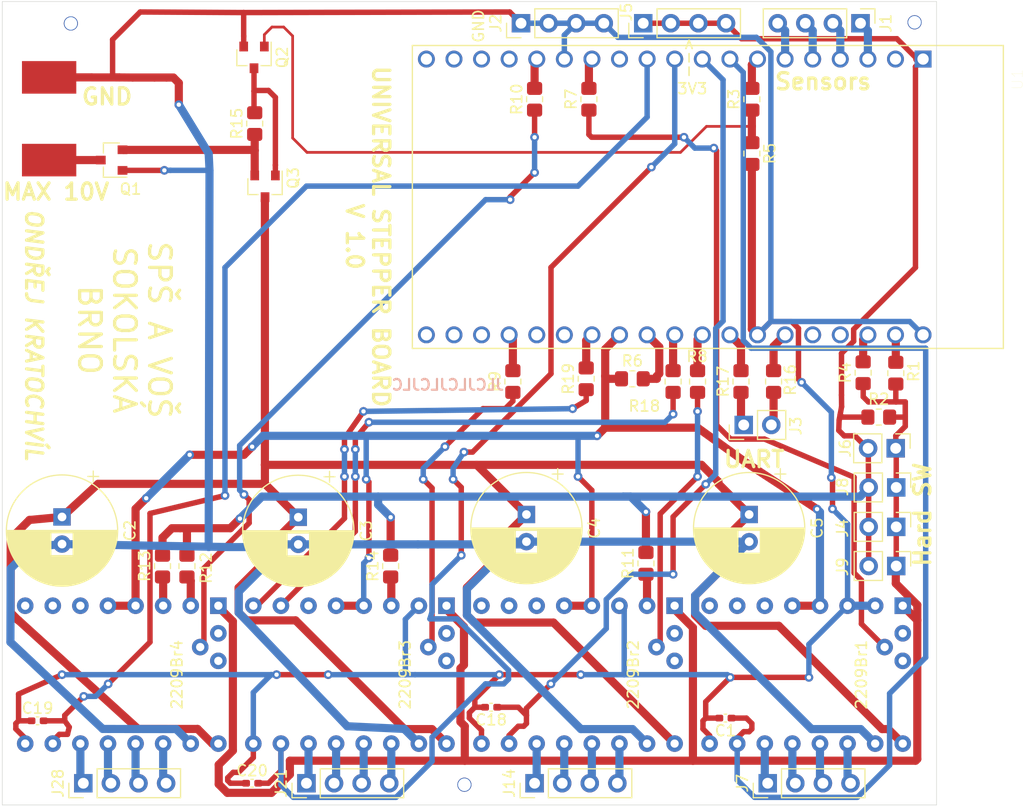
<source format=kicad_pcb>
(kicad_pcb (version 20171130) (host pcbnew "(5.1.5)-3")
  (layers (0 F.Cu signal) (31 B.Cu signal) (34 B.Paste user) (35 F.Paste user) (36 B.SilkS user) (37 F.SilkS user) (38 B.Mask user) (39 F.Mask user) (44 Edge.Cuts user))
  (net 0 "")
  (net 1 GND)
  (net 2 VDD_1)
  (net 3 VDD_2)
  (net 4 VDD_4)
  (net 5 VDD_3)
  (net 6 "Net-(J1-Pad4)")
  (net 7 "Net-(J1-Pad3)")
  (net 8 "Net-(J1-Pad2)")
  (net 9 "Net-(J1-Pad1)")
  (net 10 +3V3)
  (net 11 "Net-(2209Br1-Pad14)")
  (net 12 "Net-(2209Br1-Pad13)")
  (net 13 "Net-(2209Br1-Pad12)")
  (net 14 "Net-(2209Br1-Pad11)")
  (net 15 "Net-(2209Br2-Pad14)")
  (net 16 "Net-(2209Br2-Pad13)")
  (net 17 "Net-(2209Br2-Pad12)")
  (net 18 "Net-(2209Br2-Pad11)")
  (net 19 "Net-(2209Br3-Pad14)")
  (net 20 "Net-(2209Br3-Pad13)")
  (net 21 "Net-(2209Br3-Pad12)")
  (net 22 "Net-(2209Br3-Pad11)")
  (net 23 "Net-(2209Br4-Pad14)")
  (net 24 "Net-(2209Br4-Pad13)")
  (net 25 "Net-(2209Br4-Pad12)")
  (net 26 "Net-(2209Br4-Pad11)")
  (net 27 "Net-(Q2-Pad3)")
  (net 28 +10V)
  (net 29 /Řídí)
  (net 30 /Krokovka1/EN1)
  (net 31 /Napajeni/SW_CTRL)
  (net 32 /Čte)
  (net 33 "Net-(R6-Pad2)")
  (net 34 /Krokovka1/PDN_1)
  (net 35 "Net-(R7-Pad2)")
  (net 36 /Krokovka1/INDEX_1)
  (net 37 "Net-(R8-Pad2)")
  (net 38 /Krokovka2/INDEX_2)
  (net 39 "Net-(R9-Pad2)")
  (net 40 /Krokovka3/INDEX_3)
  (net 41 "Net-(R10-Pad2)")
  (net 42 "/Krokovka 4/INDEX_4")
  (net 43 "Net-(2209Br2-Pad2)")
  (net 44 "Net-(2209Br4-Pad2)")
  (net 45 "Net-(2209Br4-Pad3)")
  (net 46 "Net-(2209Br3-Pad3)")
  (net 47 "Net-(2209Br3-Pad8)")
  (net 48 "Net-(2209Br3-Pad7)")
  (net 49 "Net-(R16-Pad2)")
  (net 50 "Net-(R17-Pad2)")
  (net 51 /Krokovka3/STEP)
  (net 52 /Krokovka3/DIR)
  (net 53 "Net-(J3-Pad2)")
  (net 54 "Net-(J3-Pad1)")
  (net 55 "Net-(Q2-Pad1)")
  (net 56 "Net-(PL1-Pad1)")
  (net 57 "Net-(Q1-Pad2)")
  (module Package_TO_SOT_SMD:SOT-23 (layer F.Cu) (at 96.2025 61.0235 270)
    (fp_text reference Q2 (at 0 -2.6035 90) (layer F.SilkS))
    (fp_text value 2N7002)
    (pad 3 smd rect (at 1 0 270) (size 0.9 0.8) (layers F.Cu F.Paste F.Mask) (net 27 "Net-(Q2-Pad3)"))
    (pad 2 smd rect (at -1 0.95 270) (size 0.9 0.8) (layers F.Cu F.Paste F.Mask) (net 1 GND))
    (pad 1 smd rect (at -1 -0.95 270) (size 0.9 0.8) (layers F.Cu F.Paste F.Mask) (net 55 "Net-(Q2-Pad1)"))
  )
  (module Package_TO_SOT_SMD:SOT-23 (layer F.Cu) (at 97.2185 72.898 270)
    (fp_text reference Q3 (at -0.762 -2.6035 90) (layer F.SilkS))
    (fp_text value NCE2301)
    (pad 3 smd rect (at 1 0 270) (size 0.9 0.8) (layers F.Cu F.Paste F.Mask) (net 28 +10V))
    (pad 2 smd rect (at -1 0.95 270) (size 0.9 0.8) (layers F.Cu F.Paste F.Mask) (net 57 "Net-(Q1-Pad2)"))
    (pad 1 smd rect (at -1 -0.95 270) (size 0.9 0.8) (layers F.Cu F.Paste F.Mask) (net 27 "Net-(Q2-Pad3)"))
  )
  (module Package_TO_SOT_SMD:SOT-23 (layer F.Cu) (at 83.09864 70.48246 180)
    (fp_text reference Q1 (at -1.73736 -2.66954) (layer F.SilkS))
    (fp_text value NCE2301)
    (pad 3 smd rect (at 1 0 180) (size 0.9 0.8) (layers F.Cu F.Paste F.Mask) (net 56 "Net-(PL1-Pad1)"))
    (pad 2 smd rect (at -1 0.95 180) (size 0.9 0.8) (layers F.Cu F.Paste F.Mask) (net 57 "Net-(Q1-Pad2)"))
    (pad 1 smd rect (at -1 -0.95 180) (size 0.9 0.8) (layers F.Cu F.Paste F.Mask) (net 1 GND))
  )
  (module FinalExamThesis:Tooling_Hole_2 (layer F.Cu) (at 79.34198 57.8993)
    (fp_text reference H7 hide)
    (fp_text value ToolingHole)
    (pad "" np_thru_hole circle (at 0 0) (size 1.3 1.3) (drill 1.152) (layers *.Cu *.Mask))
  )
  (module FinalExamThesis:Tooling_Hole_2 (layer F.Cu) (at 115.57 128.016)
    (fp_text reference H6 hide)
    (fp_text value ToolingHole)
    (pad "" np_thru_hole circle (at 0 0) (size 1.3 1.3) (drill 1.152) (layers *.Cu *.Mask))
  )
  (module FinalExamThesis:Tooling_Hole_2 (layer F.Cu) (at 157.00756 57.79262)
    (fp_text reference H5 hide)
    (fp_text value ToolingHole)
    (pad "" np_thru_hole circle (at 0 0) (size 1.3 1.3) (drill 1.152) (layers *.Cu *.Mask))
  )
  (module MountingHole:MountingHole_2mm (layer F.Cu) (at 75.1586 58.0136)
    (fp_text reference H4 hide)
    (fp_text value MountingHole)
    (pad "" np_thru_hole circle (at 0 0) (size 2 2) (drill 2) (layers *.Cu *.Mask))
  )
  (module MountingHole:MountingHole_2mm (layer F.Cu) (at 75.2348 127.7874)
    (fp_text reference H3 hide)
    (fp_text value MountingHole)
    (pad "" np_thru_hole circle (at 0 0) (size 2 2) (drill 2) (layers *.Cu *.Mask))
  )
  (module MountingHole:MountingHole_2mm (layer F.Cu) (at 156.8958 127.7874)
    (fp_text reference H2 hide)
    (fp_text value MountingHole)
    (pad "" np_thru_hole circle (at 0 0) (size 2 2) (drill 2) (layers *.Cu *.Mask))
  )
  (module MountingHole:MountingHole_2mm (layer F.Cu) (at 108.077 59.309)
    (fp_text reference H1 hide)
    (fp_text value MountingHole)
    (pad "" np_thru_hole circle (at 0 0) (size 2 2) (drill 2) (layers *.Cu *.Mask))
  )
  (module FinalExamThesis:Plate (layer F.Cu) (at 74.343 62.865 90)
    (fp_text reference PL2 hide)
    (fp_text value Plate)
    (pad 1 smd rect (at 0 3 90) (size 3 5) (layers F.Cu F.Paste F.Mask) (net 1 GND))
  )
  (module FinalExamThesis:Plate (layer F.Cu) (at 74.343 70.485 90)
    (fp_text reference PL1 hide)
    (fp_text value Plate)
    (pad 1 smd rect (at 0 3 90) (size 3 5) (layers F.Cu F.Paste F.Mask) (net 56 "Net-(PL1-Pad1)"))
  )
  (module Capacitor_THT:CP_Radial_D10.0mm_P2.50mm (layer F.Cu) (at 141.78 103.13 270)
    (fp_text reference C5 (at 1.25 -6.25 90) (layer F.SilkS))
    (fp_text value 470uF)
    (pad 2 thru_hole circle (at 2.5 0 270) (size 1.6 1.6) (drill 0.8) (layers *.Cu *.Mask) (net 1 GND))
    (pad 1 thru_hole rect (at 0 0 270) (size 1.6 1.6) (drill 0.8) (layers *.Cu *.Mask) (net 28 +10V))
  )
  (module Capacitor_THT:CP_Radial_D10.0mm_P2.50mm (layer F.Cu) (at 121.28 103.13 270)
    (fp_text reference C4 (at 1.25 -6.25 90) (layer F.SilkS))
    (fp_text value 470uF)
    (pad 2 thru_hole circle (at 2.5 0 270) (size 1.6 1.6) (drill 0.8) (layers *.Cu *.Mask) (net 1 GND))
    (pad 1 thru_hole rect (at 0 0 270) (size 1.6 1.6) (drill 0.8) (layers *.Cu *.Mask) (net 28 +10V))
  )
  (module Capacitor_THT:CP_Radial_D10.0mm_P2.50mm (layer F.Cu) (at 100.28 103.38 270)
    (fp_text reference C3 (at 1.25 -6.25 90) (layer F.SilkS))
    (fp_text value 470uF)
    (pad 2 thru_hole circle (at 2.5 0 270) (size 1.6 1.6) (drill 0.8) (layers *.Cu *.Mask) (net 1 GND))
    (pad 1 thru_hole rect (at 0 0 270) (size 1.6 1.6) (drill 0.8) (layers *.Cu *.Mask) (net 28 +10V))
  )
  (module Capacitor_THT:CP_Radial_D10.0mm_P2.50mm (layer F.Cu) (at 78.53 103.3526 270)
    (fp_text reference C2 (at 1.25 -6.25 90) (layer F.SilkS))
    (fp_text value 470uF)
    (pad 2 thru_hole circle (at 2.5 0 270) (size 1.6 1.6) (drill 0.8) (layers *.Cu *.Mask) (net 1 GND))
    (pad 1 thru_hole rect (at 0 0 270) (size 1.6 1.6) (drill 0.8) (layers *.Cu *.Mask) (net 28 +10V))
  )
  (module FinalExamThesis:MODULE_ESP32-DEVKITC-32D (layer F.Cu) (at 138.03 73.88 270)
    (fp_text reference U1 (at -10.829175 -28.446045 90) (layer F.SilkS) (effects (font (size 1.000386 1.000386) (thickness 0.015))))
    (fp_text value ESP32-DEVKITC-32D)
    (pad 1 thru_hole rect (at -12.7 -19.76 270) (size 1.56 1.56) (drill 1.04) (layers *.Cu *.Mask) (net 10 +3V3))
    (pad 2 thru_hole circle (at -12.7 -17.22 270) (size 1.56 1.56) (drill 1.04) (layers *.Cu *.Mask))
    (pad 19 thru_hole circle (at -12.7 25.96 270) (size 1.56 1.56) (drill 1.04) (layers *.Cu *.Mask))
    (pad 3 thru_hole circle (at -12.7 -14.68 270) (size 1.56 1.56) (drill 1.04) (layers *.Cu *.Mask) (net 9 "Net-(J1-Pad1)"))
    (pad 4 thru_hole circle (at -12.7 -12.14 270) (size 1.56 1.56) (drill 1.04) (layers *.Cu *.Mask) (net 8 "Net-(J1-Pad2)"))
    (pad 5 thru_hole circle (at -12.7 -9.6 270) (size 1.56 1.56) (drill 1.04) (layers *.Cu *.Mask) (net 7 "Net-(J1-Pad3)"))
    (pad 6 thru_hole circle (at -12.7 -7.06 270) (size 1.56 1.56) (drill 1.04) (layers *.Cu *.Mask) (net 6 "Net-(J1-Pad4)"))
    (pad 7 thru_hole circle (at -12.7 -4.52 270) (size 1.56 1.56) (drill 1.04) (layers *.Cu *.Mask) (net 31 /Napajeni/SW_CTRL))
    (pad 8 thru_hole circle (at -12.7 -1.98 270) (size 1.56 1.56) (drill 1.04) (layers *.Cu *.Mask) (net 2 VDD_1))
    (pad 9 thru_hole circle (at -12.7 0.56 270) (size 1.56 1.56) (drill 1.04) (layers *.Cu *.Mask) (net 3 VDD_2))
    (pad 10 thru_hole circle (at -12.7 3.1 270) (size 1.56 1.56) (drill 1.04) (layers *.Cu *.Mask) (net 5 VDD_3))
    (pad 11 thru_hole circle (at -12.7 5.64 270) (size 1.56 1.56) (drill 1.04) (layers *.Cu *.Mask) (net 4 VDD_4))
    (pad 12 thru_hole circle (at -12.7 8.18 270) (size 1.56 1.56) (drill 1.04) (layers *.Cu *.Mask))
    (pad 13 thru_hole circle (at -12.7 10.72 270) (size 1.56 1.56) (drill 1.04) (layers *.Cu *.Mask) (net 35 "Net-(R7-Pad2)"))
    (pad 14 thru_hole circle (at -12.7 13.26 270) (size 1.56 1.56) (drill 1.04) (layers *.Cu *.Mask) (net 1 GND))
    (pad 15 thru_hole circle (at -12.7 15.8 270) (size 1.56 1.56) (drill 1.04) (layers *.Cu *.Mask) (net 41 "Net-(R10-Pad2)"))
    (pad 16 thru_hole circle (at -12.7 18.34 270) (size 1.56 1.56) (drill 1.04) (layers *.Cu *.Mask))
    (pad 17 thru_hole circle (at -12.7 20.88 270) (size 1.56 1.56) (drill 1.04) (layers *.Cu *.Mask))
    (pad 18 thru_hole circle (at -12.7 23.42 270) (size 1.56 1.56) (drill 1.04) (layers *.Cu *.Mask))
    (pad 20 thru_hole circle (at 12.7 -19.76 270) (size 1.56 1.56) (drill 1.04) (layers *.Cu *.Mask) (net 1 GND))
    (pad 21 thru_hole circle (at 12.7 -17.22 270) (size 1.56 1.56) (drill 1.04) (layers *.Cu *.Mask) (net 29 /Řídí))
    (pad 22 thru_hole circle (at 12.7 -14.68 270) (size 1.56 1.56) (drill 1.04) (layers *.Cu *.Mask) (net 32 /Čte))
    (pad 23 thru_hole circle (at 12.7 -12.14 270) (size 1.56 1.56) (drill 1.04) (layers *.Cu *.Mask))
    (pad 24 thru_hole circle (at 12.7 -9.6 270) (size 1.56 1.56) (drill 1.04) (layers *.Cu *.Mask))
    (pad 25 thru_hole circle (at 12.7 -7.06 270) (size 1.56 1.56) (drill 1.04) (layers *.Cu *.Mask) (net 49 "Net-(R16-Pad2)"))
    (pad 26 thru_hole circle (at 12.7 -4.52 270) (size 1.56 1.56) (drill 1.04) (layers *.Cu *.Mask) (net 1 GND))
    (pad 27 thru_hole circle (at 12.7 -1.98 270) (size 1.56 1.56) (drill 1.04) (layers *.Cu *.Mask) (net 50 "Net-(R17-Pad2)"))
    (pad 28 thru_hole circle (at 12.7 0.56 270) (size 1.56 1.56) (drill 1.04) (layers *.Cu *.Mask) (net 37 "Net-(R8-Pad2)"))
    (pad 29 thru_hole circle (at 12.7 3.1 270) (size 1.56 1.56) (drill 1.04) (layers *.Cu *.Mask) (net 51 /Krokovka3/STEP))
    (pad 30 thru_hole circle (at 12.7 5.64 270) (size 1.56 1.56) (drill 1.04) (layers *.Cu *.Mask) (net 33 "Net-(R6-Pad2)"))
    (pad 31 thru_hole circle (at 12.7 8.18 270) (size 1.56 1.56) (drill 1.04) (layers *.Cu *.Mask) (net 34 /Krokovka1/PDN_1))
    (pad 32 thru_hole circle (at 12.7 10.72 270) (size 1.56 1.56) (drill 1.04) (layers *.Cu *.Mask) (net 52 /Krokovka3/DIR))
    (pad 33 thru_hole circle (at 12.7 13.26 270) (size 1.56 1.56) (drill 1.04) (layers *.Cu *.Mask))
    (pad 34 thru_hole circle (at 12.7 15.8 270) (size 1.56 1.56) (drill 1.04) (layers *.Cu *.Mask))
    (pad 35 thru_hole circle (at 12.7 18.34 270) (size 1.56 1.56) (drill 1.04) (layers *.Cu *.Mask) (net 39 "Net-(R9-Pad2)"))
    (pad 36 thru_hole circle (at 12.7 20.88 270) (size 1.56 1.56) (drill 1.04) (layers *.Cu *.Mask))
    (pad 37 thru_hole circle (at 12.7 23.42 270) (size 1.56 1.56) (drill 1.04) (layers *.Cu *.Mask))
    (pad 38 thru_hole circle (at 12.7 25.96 270) (size 1.56 1.56) (drill 1.04) (layers *.Cu *.Mask))
  )
  (module Resistor_SMD:R_0805_2012Metric_Pad1.20x1.40mm_HandSolder (layer F.Cu) (at 126.78 90.63 90)
    (fp_text reference R19 (at 0 -1.65 90) (layer F.SilkS))
    (fp_text value 1k)
    (pad 2 smd roundrect (at 1 0 90) (size 1.2 1.4) (layers F.Cu F.Paste F.Mask) (roundrect_rratio 0.208333) (net 52 /Krokovka3/DIR))
    (pad 1 smd roundrect (at -1 0 90) (size 1.2 1.4) (layers F.Cu F.Paste F.Mask) (roundrect_rratio 0.208333) (net 47 "Net-(2209Br3-Pad8)"))
  )
  (module Resistor_SMD:R_0805_2012Metric_Pad1.20x1.40mm_HandSolder (layer F.Cu) (at 134.78 90.88 90)
    (fp_text reference R18 (at -2.2618 -2.6492 180) (layer F.SilkS))
    (fp_text value 1k)
    (pad 2 smd roundrect (at 1 0 90) (size 1.2 1.4) (layers F.Cu F.Paste F.Mask) (roundrect_rratio 0.208333) (net 51 /Krokovka3/STEP))
    (pad 1 smd roundrect (at -1 0 90) (size 1.2 1.4) (layers F.Cu F.Paste F.Mask) (roundrect_rratio 0.208333) (net 48 "Net-(2209Br3-Pad7)"))
  )
  (module Resistor_SMD:R_0805_2012Metric_Pad1.20x1.40mm_HandSolder (layer F.Cu) (at 141.03 90.88 90)
    (fp_text reference R17 (at 0 -1.65 90) (layer F.SilkS))
    (fp_text value 330)
    (pad 2 smd roundrect (at 1 0 90) (size 1.2 1.4) (layers F.Cu F.Paste F.Mask) (roundrect_rratio 0.208333) (net 50 "Net-(R17-Pad2)"))
    (pad 1 smd roundrect (at -1 0 90) (size 1.2 1.4) (layers F.Cu F.Paste F.Mask) (roundrect_rratio 0.208333) (net 54 "Net-(J3-Pad1)"))
  )
  (module Resistor_SMD:R_0805_2012Metric_Pad1.20x1.40mm_HandSolder (layer F.Cu) (at 144.03 90.88 90)
    (fp_text reference R16 (at 0.1512 1.5374 90) (layer F.SilkS))
    (fp_text value 330)
    (pad 2 smd roundrect (at 1 0 90) (size 1.2 1.4) (layers F.Cu F.Paste F.Mask) (roundrect_rratio 0.208333) (net 49 "Net-(R16-Pad2)"))
    (pad 1 smd roundrect (at -1 0 90) (size 1.2 1.4) (layers F.Cu F.Paste F.Mask) (roundrect_rratio 0.208333) (net 53 "Net-(J3-Pad2)"))
  )
  (module Resistor_SMD:R_0805_2012Metric_Pad1.20x1.40mm_HandSolder (layer F.Cu) (at 96.266 67.1195 90)
    (fp_text reference R15 (at 0 -1.65 90) (layer F.SilkS))
    (fp_text value 100k)
    (pad 2 smd roundrect (at 1 0 90) (size 1.2 1.4) (layers F.Cu F.Paste F.Mask) (roundrect_rratio 0.208333) (net 27 "Net-(Q2-Pad3)"))
    (pad 1 smd roundrect (at -1 0 90) (size 1.2 1.4) (layers F.Cu F.Paste F.Mask) (roundrect_rratio 0.208333) (net 57 "Net-(Q1-Pad2)"))
  )
  (module Resistor_SMD:R_0805_2012Metric_Pad1.20x1.40mm_HandSolder (layer F.Cu) (at 108.78 107.88 90)
    (fp_text reference R14 (at 0 -1.65 90) (layer F.SilkS))
    (fp_text value 1k)
    (pad 2 smd roundrect (at 1 0 90) (size 1.2 1.4) (layers F.Cu F.Paste F.Mask) (roundrect_rratio 0.208333) (net 10 +3V3))
    (pad 1 smd roundrect (at -1 0 90) (size 1.2 1.4) (layers F.Cu F.Paste F.Mask) (roundrect_rratio 0.208333) (net 46 "Net-(2209Br3-Pad3)"))
  )
  (module Resistor_SMD:R_0805_2012Metric_Pad1.20x1.40mm_HandSolder (layer F.Cu) (at 87.78 107.88 90)
    (fp_text reference R13 (at 0 -1.65 90) (layer F.SilkS))
    (fp_text value 1k)
    (pad 2 smd roundrect (at 1 0 90) (size 1.2 1.4) (layers F.Cu F.Paste F.Mask) (roundrect_rratio 0.208333) (net 10 +3V3))
    (pad 1 smd roundrect (at -1 0 90) (size 1.2 1.4) (layers F.Cu F.Paste F.Mask) (roundrect_rratio 0.208333) (net 45 "Net-(2209Br4-Pad3)"))
  )
  (module Resistor_SMD:R_0805_2012Metric_Pad1.20x1.40mm_HandSolder (layer F.Cu) (at 90.03 107.88 90)
    (fp_text reference R12 (at -0.1716 1.7656 90) (layer F.SilkS))
    (fp_text value 1k)
    (pad 2 smd roundrect (at 1 0 90) (size 1.2 1.4) (layers F.Cu F.Paste F.Mask) (roundrect_rratio 0.208333) (net 10 +3V3))
    (pad 1 smd roundrect (at -1 0 90) (size 1.2 1.4) (layers F.Cu F.Paste F.Mask) (roundrect_rratio 0.208333) (net 44 "Net-(2209Br4-Pad2)"))
  )
  (module Resistor_SMD:R_0805_2012Metric_Pad1.20x1.40mm_HandSolder (layer F.Cu) (at 132.28 107.63 90)
    (fp_text reference R11 (at 0 -1.65 90) (layer F.SilkS))
    (fp_text value 1k)
    (pad 2 smd roundrect (at 1 0 90) (size 1.2 1.4) (layers F.Cu F.Paste F.Mask) (roundrect_rratio 0.208333) (net 10 +3V3))
    (pad 1 smd roundrect (at -1 0 90) (size 1.2 1.4) (layers F.Cu F.Paste F.Mask) (roundrect_rratio 0.208333) (net 43 "Net-(2209Br2-Pad2)"))
  )
  (module Resistor_SMD:R_0805_2012Metric_Pad1.20x1.40mm_HandSolder (layer F.Cu) (at 122.03 64.88 90)
    (fp_text reference R10 (at 0 -1.65 90) (layer F.SilkS))
    (fp_text value 1k)
    (pad 2 smd roundrect (at 1 0 90) (size 1.2 1.4) (layers F.Cu F.Paste F.Mask) (roundrect_rratio 0.208333) (net 41 "Net-(R10-Pad2)"))
    (pad 1 smd roundrect (at -1 0 90) (size 1.2 1.4) (layers F.Cu F.Paste F.Mask) (roundrect_rratio 0.208333) (net 42 "/Krokovka 4/INDEX_4"))
  )
  (module Resistor_SMD:R_0805_2012Metric_Pad1.20x1.40mm_HandSolder (layer F.Cu) (at 120.03 90.88 90)
    (fp_text reference R9 (at 0 -1.65 90) (layer F.SilkS))
    (fp_text value 1k)
    (pad 2 smd roundrect (at 1 0 90) (size 1.2 1.4) (layers F.Cu F.Paste F.Mask) (roundrect_rratio 0.208333) (net 39 "Net-(R9-Pad2)"))
    (pad 1 smd roundrect (at -1 0 90) (size 1.2 1.4) (layers F.Cu F.Paste F.Mask) (roundrect_rratio 0.208333) (net 40 /Krokovka3/INDEX_3))
  )
  (module Resistor_SMD:R_0805_2012Metric_Pad1.20x1.40mm_HandSolder (layer F.Cu) (at 137.03 90.88 90)
    (fp_text reference R8 (at 2.3102 -0.0478 180) (layer F.SilkS))
    (fp_text value 1k)
    (pad 2 smd roundrect (at 1 0 90) (size 1.2 1.4) (layers F.Cu F.Paste F.Mask) (roundrect_rratio 0.208333) (net 37 "Net-(R8-Pad2)"))
    (pad 1 smd roundrect (at -1 0 90) (size 1.2 1.4) (layers F.Cu F.Paste F.Mask) (roundrect_rratio 0.208333) (net 38 /Krokovka2/INDEX_2))
  )
  (module Resistor_SMD:R_0805_2012Metric_Pad1.20x1.40mm_HandSolder (layer F.Cu) (at 127.03 64.88 90)
    (fp_text reference R7 (at 0 -1.65 90) (layer F.SilkS))
    (fp_text value 1k)
    (pad 2 smd roundrect (at 1 0 90) (size 1.2 1.4) (layers F.Cu F.Paste F.Mask) (roundrect_rratio 0.208333) (net 35 "Net-(R7-Pad2)"))
    (pad 1 smd roundrect (at -1 0 90) (size 1.2 1.4) (layers F.Cu F.Paste F.Mask) (roundrect_rratio 0.208333) (net 36 /Krokovka1/INDEX_1))
  )
  (module Resistor_SMD:R_0805_2012Metric_Pad1.20x1.40mm_HandSolder (layer F.Cu) (at 131.03 90.63)
    (fp_text reference R6 (at 0 -1.65) (layer F.SilkS))
    (fp_text value 1k)
    (pad 2 smd roundrect (at 1 0) (size 1.2 1.4) (layers F.Cu F.Paste F.Mask) (roundrect_rratio 0.208333) (net 33 "Net-(R6-Pad2)"))
    (pad 1 smd roundrect (at -1 0) (size 1.2 1.4) (layers F.Cu F.Paste F.Mask) (roundrect_rratio 0.208333) (net 34 /Krokovka1/PDN_1))
  )
  (module Resistor_SMD:R_0805_2012Metric_Pad1.20x1.40mm_HandSolder (layer F.Cu) (at 142.03 69.88 270)
    (fp_text reference R5 (at 0 -1.65 90) (layer F.SilkS))
    (fp_text value 10k)
    (pad 2 smd roundrect (at 1 0 270) (size 1.2 1.4) (layers F.Cu F.Paste F.Mask) (roundrect_rratio 0.208333) (net 1 GND))
    (pad 1 smd roundrect (at -1 0 270) (size 1.2 1.4) (layers F.Cu F.Paste F.Mask) (roundrect_rratio 0.208333) (net 55 "Net-(Q2-Pad1)"))
  )
  (module Resistor_SMD:R_0805_2012Metric_Pad1.20x1.40mm_HandSolder (layer F.Cu) (at 152.273 90.0684 90)
    (fp_text reference R4 (at 0 -1.65 90) (layer F.SilkS))
    (fp_text value 330)
    (pad 2 smd roundrect (at 1 0 90) (size 1.2 1.4) (layers F.Cu F.Paste F.Mask) (roundrect_rratio 0.208333) (net 32 /Čte))
    (pad 1 smd roundrect (at -1 0 90) (size 1.2 1.4) (layers F.Cu F.Paste F.Mask) (roundrect_rratio 0.208333) (net 30 /Krokovka1/EN1))
  )
  (module Resistor_SMD:R_0805_2012Metric_Pad1.20x1.40mm_HandSolder (layer F.Cu) (at 142.03 64.88 90)
    (fp_text reference R3 (at 0 -1.65 90) (layer F.SilkS))
    (fp_text value 330)
    (pad 2 smd roundrect (at 1 0 90) (size 1.2 1.4) (layers F.Cu F.Paste F.Mask) (roundrect_rratio 0.208333) (net 31 /Napajeni/SW_CTRL))
    (pad 1 smd roundrect (at -1 0 90) (size 1.2 1.4) (layers F.Cu F.Paste F.Mask) (roundrect_rratio 0.208333) (net 55 "Net-(Q2-Pad1)"))
  )
  (module Resistor_SMD:R_0805_2012Metric_Pad1.20x1.40mm_HandSolder (layer F.Cu) (at 153.7114 94.1578)
    (fp_text reference R2 (at 0 -1.65) (layer F.SilkS))
    (fp_text value 100k)
    (pad 2 smd roundrect (at 1 0) (size 1.2 1.4) (layers F.Cu F.Paste F.Mask) (roundrect_rratio 0.208333) (net 30 /Krokovka1/EN1))
    (pad 1 smd roundrect (at -1 0) (size 1.2 1.4) (layers F.Cu F.Paste F.Mask) (roundrect_rratio 0.208333) (net 10 +3V3))
  )
  (module Resistor_SMD:R_0805_2012Metric_Pad1.20x1.40mm_HandSolder (layer F.Cu) (at 155.28 90.1098 90)
    (fp_text reference R1 (at 0.1684 1.6412 90) (layer F.SilkS))
    (fp_text value 1k)
    (pad 2 smd roundrect (at 1 0 90) (size 1.2 1.4) (layers F.Cu F.Paste F.Mask) (roundrect_rratio 0.208333) (net 29 /Řídí))
    (pad 1 smd roundrect (at -1 0 90) (size 1.2 1.4) (layers F.Cu F.Paste F.Mask) (roundrect_rratio 0.208333) (net 30 /Krokovka1/EN1))
  )
  (module Connector_PinHeader_2.54mm:PinHeader_1x04_P2.54mm_Vertical (layer F.Cu) (at 80.49 127.88 90)
    (fp_text reference J28 (at 0 -2.33 90) (layer F.SilkS))
    (fp_text value Conn_01x04_Male)
    (pad 4 thru_hole oval (at 0 7.62 90) (size 1.7 1.7) (drill 1) (layers *.Cu *.Mask) (net 23 "Net-(2209Br4-Pad14)"))
    (pad 3 thru_hole oval (at 0 5.08 90) (size 1.7 1.7) (drill 1) (layers *.Cu *.Mask) (net 24 "Net-(2209Br4-Pad13)"))
    (pad 2 thru_hole oval (at 0 2.54 90) (size 1.7 1.7) (drill 1) (layers *.Cu *.Mask) (net 25 "Net-(2209Br4-Pad12)"))
    (pad 1 thru_hole rect (at 0 0 90) (size 1.7 1.7) (drill 1) (layers *.Cu *.Mask) (net 26 "Net-(2209Br4-Pad11)"))
  )
  (module Connector_PinHeader_2.54mm:PinHeader_1x04_P2.54mm_Vertical (layer F.Cu) (at 101.03 127.88 90)
    (fp_text reference J21 (at 0 -2.33 90) (layer F.SilkS))
    (fp_text value Conn_01x04_Male)
    (pad 4 thru_hole oval (at 0 7.62 90) (size 1.7 1.7) (drill 1) (layers *.Cu *.Mask) (net 19 "Net-(2209Br3-Pad14)"))
    (pad 3 thru_hole oval (at 0 5.08 90) (size 1.7 1.7) (drill 1) (layers *.Cu *.Mask) (net 20 "Net-(2209Br3-Pad13)"))
    (pad 2 thru_hole oval (at 0 2.54 90) (size 1.7 1.7) (drill 1) (layers *.Cu *.Mask) (net 21 "Net-(2209Br3-Pad12)"))
    (pad 1 thru_hole rect (at 0 0 90) (size 1.7 1.7) (drill 1) (layers *.Cu *.Mask) (net 22 "Net-(2209Br3-Pad11)"))
  )
  (module Connector_PinHeader_2.54mm:PinHeader_1x04_P2.54mm_Vertical (layer F.Cu) (at 122.03 127.88 90)
    (fp_text reference J14 (at 0 -2.33 90) (layer F.SilkS))
    (fp_text value Conn_01x04_Male)
    (pad 4 thru_hole oval (at 0 7.62 90) (size 1.7 1.7) (drill 1) (layers *.Cu *.Mask) (net 15 "Net-(2209Br2-Pad14)"))
    (pad 3 thru_hole oval (at 0 5.08 90) (size 1.7 1.7) (drill 1) (layers *.Cu *.Mask) (net 16 "Net-(2209Br2-Pad13)"))
    (pad 2 thru_hole oval (at 0 2.54 90) (size 1.7 1.7) (drill 1) (layers *.Cu *.Mask) (net 17 "Net-(2209Br2-Pad12)"))
    (pad 1 thru_hole rect (at 0 0 90) (size 1.7 1.7) (drill 1) (layers *.Cu *.Mask) (net 18 "Net-(2209Br2-Pad11)"))
  )
  (module Connector_PinHeader_2.54mm:PinHeader_1x02_P2.54mm_Vertical (layer F.Cu) (at 155.321 107.8738 270)
    (fp_text reference J9 (at 0.0762 4.953 90) (layer F.SilkS))
    (fp_text value Conn_01x02_Male)
    (pad 2 thru_hole oval (at 0 2.54 270) (size 1.7 1.7) (drill 1) (layers *.Cu *.Mask) (net 10 +3V3))
    (pad 1 thru_hole rect (at 0 0 270) (size 1.7 1.7) (drill 1) (layers *.Cu *.Mask) (net 30 /Krokovka1/EN1))
  )
  (module Connector_PinHeader_2.54mm:PinHeader_1x02_P2.54mm_Vertical (layer F.Cu) (at 155.321 100.6348 270)
    (fp_text reference J8 (at -0.0508 4.953 90) (layer F.SilkS))
    (fp_text value Conn_01x02_Male)
    (pad 2 thru_hole oval (at 0 2.54 270) (size 1.7 1.7) (drill 1) (layers *.Cu *.Mask) (net 10 +3V3))
    (pad 1 thru_hole rect (at 0 0 270) (size 1.7 1.7) (drill 1) (layers *.Cu *.Mask) (net 30 /Krokovka1/EN1))
  )
  (module Connector_PinHeader_2.54mm:PinHeader_1x04_P2.54mm_Vertical (layer F.Cu) (at 143.49 127.88 90)
    (fp_text reference J7 (at 0 -2.33 90) (layer F.SilkS))
    (fp_text value Conn_01x04_Male)
    (pad 4 thru_hole oval (at 0 7.62 90) (size 1.7 1.7) (drill 1) (layers *.Cu *.Mask) (net 11 "Net-(2209Br1-Pad14)"))
    (pad 3 thru_hole oval (at 0 5.08 90) (size 1.7 1.7) (drill 1) (layers *.Cu *.Mask) (net 12 "Net-(2209Br1-Pad13)"))
    (pad 2 thru_hole oval (at 0 2.54 90) (size 1.7 1.7) (drill 1) (layers *.Cu *.Mask) (net 13 "Net-(2209Br1-Pad12)"))
    (pad 1 thru_hole rect (at 0 0 90) (size 1.7 1.7) (drill 1) (layers *.Cu *.Mask) (net 14 "Net-(2209Br1-Pad11)"))
  )
  (module Connector_PinHeader_2.54mm:PinHeader_1x02_P2.54mm_Vertical (layer F.Cu) (at 155.2702 97.028 270)
    (fp_text reference J6 (at 0 4.6482 90) (layer F.SilkS))
    (fp_text value Conn_01x02_Male)
    (pad 2 thru_hole oval (at 0 2.54 270) (size 1.7 1.7) (drill 1) (layers *.Cu *.Mask) (net 10 +3V3))
    (pad 1 thru_hole rect (at 0 0 270) (size 1.7 1.7) (drill 1) (layers *.Cu *.Mask) (net 30 /Krokovka1/EN1))
  )
  (module Connector_PinHeader_2.54mm:PinHeader_1x04_P2.54mm_Vertical (layer F.Cu) (at 132.03 57.88 90)
    (fp_text reference J5 (at 1.0348 -1.5502 90) (layer F.SilkS))
    (fp_text value Conn_01x04_Male)
    (pad 4 thru_hole oval (at 0 7.62 90) (size 1.7 1.7) (drill 1) (layers *.Cu *.Mask) (net 10 +3V3))
    (pad 3 thru_hole oval (at 0 5.08 90) (size 1.7 1.7) (drill 1) (layers *.Cu *.Mask) (net 10 +3V3))
    (pad 2 thru_hole oval (at 0 2.54 90) (size 1.7 1.7) (drill 1) (layers *.Cu *.Mask) (net 10 +3V3))
    (pad 1 thru_hole rect (at 0 0 90) (size 1.7 1.7) (drill 1) (layers *.Cu *.Mask) (net 10 +3V3))
  )
  (module Connector_PinHeader_2.54mm:PinHeader_1x02_P2.54mm_Vertical (layer F.Cu) (at 155.321 104.267 270)
    (fp_text reference J4 (at 0.127 4.953 90) (layer F.SilkS))
    (fp_text value Conn_01x02_Male)
    (pad 2 thru_hole oval (at 0 2.54 270) (size 1.7 1.7) (drill 1) (layers *.Cu *.Mask) (net 10 +3V3))
    (pad 1 thru_hole rect (at 0 0 270) (size 1.7 1.7) (drill 1) (layers *.Cu *.Mask) (net 30 /Krokovka1/EN1))
  )
  (module Connector_PinHeader_2.54mm:PinHeader_1x02_P2.54mm_Vertical (layer F.Cu) (at 141.28 94.88 90)
    (fp_text reference J3 (at -0.0906 4.7954 90) (layer F.SilkS))
    (fp_text value Conn_01x02_Male)
    (pad 2 thru_hole oval (at 0 2.54 90) (size 1.7 1.7) (drill 1) (layers *.Cu *.Mask) (net 53 "Net-(J3-Pad2)"))
    (pad 1 thru_hole rect (at 0 0 90) (size 1.7 1.7) (drill 1) (layers *.Cu *.Mask) (net 54 "Net-(J3-Pad1)"))
  )
  (module Connector_PinHeader_2.54mm:PinHeader_1x04_P2.54mm_Vertical (layer F.Cu) (at 120.78 57.88 90)
    (fp_text reference J2 (at 0 -2.33 90) (layer F.SilkS))
    (fp_text value Conn_01x04_Male)
    (pad 4 thru_hole oval (at 0 7.62 90) (size 1.7 1.7) (drill 1) (layers *.Cu *.Mask) (net 1 GND))
    (pad 3 thru_hole oval (at 0 5.08 90) (size 1.7 1.7) (drill 1) (layers *.Cu *.Mask) (net 1 GND))
    (pad 2 thru_hole oval (at 0 2.54 90) (size 1.7 1.7) (drill 1) (layers *.Cu *.Mask) (net 1 GND))
    (pad 1 thru_hole rect (at 0 0 90) (size 1.7 1.7) (drill 1) (layers *.Cu *.Mask) (net 1 GND))
  )
  (module Connector_PinHeader_2.54mm:PinHeader_1x04_P2.54mm_Vertical (layer F.Cu) (at 152.03 57.88 270)
    (fp_text reference J1 (at 0 -2.33 90) (layer F.SilkS))
    (fp_text value Conn_01x04_Male)
    (pad 4 thru_hole oval (at 0 7.62 270) (size 1.7 1.7) (drill 1) (layers *.Cu *.Mask) (net 6 "Net-(J1-Pad4)"))
    (pad 3 thru_hole oval (at 0 5.08 270) (size 1.7 1.7) (drill 1) (layers *.Cu *.Mask) (net 7 "Net-(J1-Pad3)"))
    (pad 2 thru_hole oval (at 0 2.54 270) (size 1.7 1.7) (drill 1) (layers *.Cu *.Mask) (net 8 "Net-(J1-Pad2)"))
    (pad 1 thru_hole rect (at 0 0 270) (size 1.7 1.7) (drill 1) (layers *.Cu *.Mask) (net 9 "Net-(J1-Pad1)"))
  )
  (module Capacitor_SMD:C_0402_1005Metric_Pad0.74x0.62mm_HandSolder (layer F.Cu) (at 96.03 127.88)
    (fp_text reference C20 (at 0 -1.16) (layer F.SilkS))
    (fp_text value 100nF)
    (pad 2 smd roundrect (at 0.5675 0) (size 0.735 0.62) (layers F.Cu F.Paste F.Mask) (net 5 VDD_3))
    (pad 1 smd roundrect (at -0.5675 0) (size 0.735 0.62) (layers F.Cu F.Paste F.Mask) (net 1 GND))
  )
  (module Capacitor_SMD:C_0402_1005Metric_Pad0.74x0.62mm_HandSolder (layer F.Cu) (at 76.28 122.13)
    (fp_text reference C19 (at 0 -1.16) (layer F.SilkS))
    (fp_text value 100nF)
    (pad 2 smd roundrect (at 0.5675 0) (size 0.735 0.62) (layers F.Cu F.Paste F.Mask) (net 4 VDD_4))
    (pad 1 smd roundrect (at -0.5675 0) (size 0.735 0.62) (layers F.Cu F.Paste F.Mask) (net 1 GND))
  )
  (module Capacitor_SMD:C_0402_1005Metric_Pad0.74x0.62mm_HandSolder (layer F.Cu) (at 118.03 120.88 180)
    (fp_text reference C18 (at 0 -1.16) (layer F.SilkS))
    (fp_text value 100nF)
    (pad 2 smd roundrect (at 0.5675 0 180) (size 0.735 0.62) (layers F.Cu F.Paste F.Mask) (net 1 GND))
    (pad 1 smd roundrect (at -0.5675 0 180) (size 0.735 0.62) (layers F.Cu F.Paste F.Mask) (net 3 VDD_2))
  )
  (module Capacitor_SMD:C_0402_1005Metric_Pad0.74x0.62mm_HandSolder (layer F.Cu) (at 139.5975 121.88 180)
    (fp_text reference C1 (at 0 -1.16) (layer F.SilkS))
    (fp_text value 100nF)
    (pad 2 smd roundrect (at 0.5675 0 180) (size 0.735 0.62) (layers F.Cu F.Paste F.Mask) (net 1 GND))
    (pad 1 smd roundrect (at -0.5675 0 180) (size 0.735 0.62) (layers F.Cu F.Paste F.Mask) (net 2 VDD_1))
  )
  (module FinalExamThesis:TMC_2209_Breaout_Board (layer F.Cu) (at 84.03 117.88 270)
    (fp_text reference 2209Br4 (at 0 -5.08 90) (layer F.SilkS))
    (fp_text value TMC2209BreaoutBoard)
    (pad 18 thru_hole circle (at -2.54 -7.22 270) (size 1.524 1.524) (drill 0.762) (layers *.Cu *.Mask) (net 42 "/Krokovka 4/INDEX_4"))
    (pad 19 thru_hole circle (at -1.27 -8.89 270) (size 1.524 1.524) (drill 0.762) (layers *.Cu *.Mask))
    (pad 17 thru_hole circle (at -3.81 -8.89 270) (size 1.524 1.524) (drill 0.762) (layers *.Cu *.Mask))
    (pad 16 thru_hole circle (at 6.35 -8.89 270) (size 1.524 1.524) (drill 0.762) (layers *.Cu *.Mask) (net 28 +10V))
    (pad 15 thru_hole circle (at 6.35 -6.35 270) (size 1.524 1.524) (drill 0.762) (layers *.Cu *.Mask) (net 1 GND))
    (pad 14 thru_hole circle (at 6.35 -3.81 270) (size 1.524 1.524) (drill 0.762) (layers *.Cu *.Mask) (net 23 "Net-(2209Br4-Pad14)"))
    (pad 13 thru_hole circle (at 6.35 -1.27 270) (size 1.524 1.524) (drill 0.762) (layers *.Cu *.Mask) (net 24 "Net-(2209Br4-Pad13)"))
    (pad 12 thru_hole circle (at 6.35 1.27 270) (size 1.524 1.524) (drill 0.762) (layers *.Cu *.Mask) (net 25 "Net-(2209Br4-Pad12)"))
    (pad 11 thru_hole circle (at 6.35 3.81 270) (size 1.524 1.524) (drill 0.762) (layers *.Cu *.Mask) (net 26 "Net-(2209Br4-Pad11)"))
    (pad 10 thru_hole circle (at 6.35 6.35 270) (size 1.524 1.524) (drill 0.762) (layers *.Cu *.Mask) (net 4 VDD_4))
    (pad 9 thru_hole circle (at 6.35 8.89 270) (size 1.524 1.524) (drill 0.762) (layers *.Cu *.Mask) (net 1 GND))
    (pad 8 thru_hole circle (at -6.35 8.89 270) (size 1.524 1.524) (drill 0.762) (layers *.Cu *.Mask))
    (pad 7 thru_hole circle (at -6.35 6.35 270) (size 1.524 1.524) (drill 0.762) (layers *.Cu *.Mask))
    (pad 6 thru_hole circle (at -6.35 3.81 270) (size 1.524 1.524) (drill 0.762) (layers *.Cu *.Mask))
    (pad 5 thru_hole circle (at -6.35 1.27 270) (size 1.524 1.524) (drill 0.762) (layers *.Cu *.Mask) (net 34 /Krokovka1/PDN_1))
    (pad 4 thru_hole circle (at -6.35 -1.27 270) (size 1.524 1.524) (drill 0.762) (layers *.Cu *.Mask) (net 34 /Krokovka1/PDN_1))
    (pad 3 thru_hole circle (at -6.35 -3.81 270) (size 1.524 1.524) (drill 0.762) (layers *.Cu *.Mask) (net 45 "Net-(2209Br4-Pad3)"))
    (pad 2 thru_hole circle (at -6.35 -6.35 270) (size 1.524 1.524) (drill 0.762) (layers *.Cu *.Mask) (net 44 "Net-(2209Br4-Pad2)"))
    (pad 1 thru_hole rect (at -6.35 -8.89 270) (size 1.524 1.524) (drill 0.762) (layers *.Cu *.Mask) (net 30 /Krokovka1/EN1))
  )
  (module FinalExamThesis:TMC_2209_Breaout_Board (layer F.Cu) (at 105.03 117.88 270)
    (fp_text reference 2209Br3 (at 0 -5.08 90) (layer F.SilkS))
    (fp_text value TMC2209BreaoutBoard)
    (pad 18 thru_hole circle (at -2.54 -7.22 270) (size 1.524 1.524) (drill 0.762) (layers *.Cu *.Mask) (net 40 /Krokovka3/INDEX_3))
    (pad 19 thru_hole circle (at -1.27 -8.89 270) (size 1.524 1.524) (drill 0.762) (layers *.Cu *.Mask))
    (pad 17 thru_hole circle (at -3.81 -8.89 270) (size 1.524 1.524) (drill 0.762) (layers *.Cu *.Mask))
    (pad 16 thru_hole circle (at 6.35 -8.89 270) (size 1.524 1.524) (drill 0.762) (layers *.Cu *.Mask) (net 28 +10V))
    (pad 15 thru_hole circle (at 6.35 -6.35 270) (size 1.524 1.524) (drill 0.762) (layers *.Cu *.Mask) (net 1 GND))
    (pad 14 thru_hole circle (at 6.35 -3.81 270) (size 1.524 1.524) (drill 0.762) (layers *.Cu *.Mask) (net 19 "Net-(2209Br3-Pad14)"))
    (pad 13 thru_hole circle (at 6.35 -1.27 270) (size 1.524 1.524) (drill 0.762) (layers *.Cu *.Mask) (net 20 "Net-(2209Br3-Pad13)"))
    (pad 12 thru_hole circle (at 6.35 1.27 270) (size 1.524 1.524) (drill 0.762) (layers *.Cu *.Mask) (net 21 "Net-(2209Br3-Pad12)"))
    (pad 11 thru_hole circle (at 6.35 3.81 270) (size 1.524 1.524) (drill 0.762) (layers *.Cu *.Mask) (net 22 "Net-(2209Br3-Pad11)"))
    (pad 10 thru_hole circle (at 6.35 6.35 270) (size 1.524 1.524) (drill 0.762) (layers *.Cu *.Mask) (net 5 VDD_3))
    (pad 9 thru_hole circle (at 6.35 8.89 270) (size 1.524 1.524) (drill 0.762) (layers *.Cu *.Mask) (net 1 GND))
    (pad 8 thru_hole circle (at -6.35 8.89 270) (size 1.524 1.524) (drill 0.762) (layers *.Cu *.Mask) (net 47 "Net-(2209Br3-Pad8)"))
    (pad 7 thru_hole circle (at -6.35 6.35 270) (size 1.524 1.524) (drill 0.762) (layers *.Cu *.Mask) (net 48 "Net-(2209Br3-Pad7)"))
    (pad 6 thru_hole circle (at -6.35 3.81 270) (size 1.524 1.524) (drill 0.762) (layers *.Cu *.Mask))
    (pad 5 thru_hole circle (at -6.35 1.27 270) (size 1.524 1.524) (drill 0.762) (layers *.Cu *.Mask) (net 34 /Krokovka1/PDN_1))
    (pad 4 thru_hole circle (at -6.35 -1.27 270) (size 1.524 1.524) (drill 0.762) (layers *.Cu *.Mask) (net 34 /Krokovka1/PDN_1))
    (pad 3 thru_hole circle (at -6.35 -3.81 270) (size 1.524 1.524) (drill 0.762) (layers *.Cu *.Mask) (net 46 "Net-(2209Br3-Pad3)"))
    (pad 2 thru_hole circle (at -6.35 -6.35 270) (size 1.524 1.524) (drill 0.762) (layers *.Cu *.Mask) (net 1 GND))
    (pad 1 thru_hole rect (at -6.35 -8.89 270) (size 1.524 1.524) (drill 0.762) (layers *.Cu *.Mask) (net 30 /Krokovka1/EN1))
  )
  (module FinalExamThesis:TMC_2209_Breaout_Board (layer F.Cu) (at 126.03 117.88 270)
    (fp_text reference 2209Br2 (at 0 -5.08 90) (layer F.SilkS))
    (fp_text value TMC2209BreaoutBoard)
    (pad 18 thru_hole circle (at -2.54 -7.22 270) (size 1.524 1.524) (drill 0.762) (layers *.Cu *.Mask) (net 38 /Krokovka2/INDEX_2))
    (pad 19 thru_hole circle (at -1.27 -8.89 270) (size 1.524 1.524) (drill 0.762) (layers *.Cu *.Mask))
    (pad 17 thru_hole circle (at -3.81 -8.89 270) (size 1.524 1.524) (drill 0.762) (layers *.Cu *.Mask))
    (pad 16 thru_hole circle (at 6.35 -8.89 270) (size 1.524 1.524) (drill 0.762) (layers *.Cu *.Mask) (net 28 +10V))
    (pad 15 thru_hole circle (at 6.35 -6.35 270) (size 1.524 1.524) (drill 0.762) (layers *.Cu *.Mask) (net 1 GND))
    (pad 14 thru_hole circle (at 6.35 -3.81 270) (size 1.524 1.524) (drill 0.762) (layers *.Cu *.Mask) (net 15 "Net-(2209Br2-Pad14)"))
    (pad 13 thru_hole circle (at 6.35 -1.27 270) (size 1.524 1.524) (drill 0.762) (layers *.Cu *.Mask) (net 16 "Net-(2209Br2-Pad13)"))
    (pad 12 thru_hole circle (at 6.35 1.27 270) (size 1.524 1.524) (drill 0.762) (layers *.Cu *.Mask) (net 17 "Net-(2209Br2-Pad12)"))
    (pad 11 thru_hole circle (at 6.35 3.81 270) (size 1.524 1.524) (drill 0.762) (layers *.Cu *.Mask) (net 18 "Net-(2209Br2-Pad11)"))
    (pad 10 thru_hole circle (at 6.35 6.35 270) (size 1.524 1.524) (drill 0.762) (layers *.Cu *.Mask) (net 3 VDD_2))
    (pad 9 thru_hole circle (at 6.35 8.89 270) (size 1.524 1.524) (drill 0.762) (layers *.Cu *.Mask) (net 1 GND))
    (pad 8 thru_hole circle (at -6.35 8.89 270) (size 1.524 1.524) (drill 0.762) (layers *.Cu *.Mask))
    (pad 7 thru_hole circle (at -6.35 6.35 270) (size 1.524 1.524) (drill 0.762) (layers *.Cu *.Mask))
    (pad 6 thru_hole circle (at -6.35 3.81 270) (size 1.524 1.524) (drill 0.762) (layers *.Cu *.Mask))
    (pad 5 thru_hole circle (at -6.35 1.27 270) (size 1.524 1.524) (drill 0.762) (layers *.Cu *.Mask) (net 34 /Krokovka1/PDN_1))
    (pad 4 thru_hole circle (at -6.35 -1.27 270) (size 1.524 1.524) (drill 0.762) (layers *.Cu *.Mask) (net 34 /Krokovka1/PDN_1))
    (pad 3 thru_hole circle (at -6.35 -3.81 270) (size 1.524 1.524) (drill 0.762) (layers *.Cu *.Mask) (net 1 GND))
    (pad 2 thru_hole circle (at -6.35 -6.35 270) (size 1.524 1.524) (drill 0.762) (layers *.Cu *.Mask) (net 43 "Net-(2209Br2-Pad2)"))
    (pad 1 thru_hole rect (at -6.35 -8.89 270) (size 1.524 1.524) (drill 0.762) (layers *.Cu *.Mask) (net 30 /Krokovka1/EN1))
  )
  (module FinalExamThesis:TMC_2209_Breaout_Board (layer F.Cu) (at 147.03 117.88 270)
    (fp_text reference 2209Br1 (at 0 -5.08 90) (layer F.SilkS))
    (fp_text value TMC2209BreaoutBoard)
    (pad 18 thru_hole circle (at -2.54 -7.22 270) (size 1.524 1.524) (drill 0.762) (layers *.Cu *.Mask) (net 36 /Krokovka1/INDEX_1))
    (pad 19 thru_hole circle (at -1.27 -8.89 270) (size 1.524 1.524) (drill 0.762) (layers *.Cu *.Mask))
    (pad 17 thru_hole circle (at -3.81 -8.89 270) (size 1.524 1.524) (drill 0.762) (layers *.Cu *.Mask))
    (pad 16 thru_hole circle (at 6.35 -8.89 270) (size 1.524 1.524) (drill 0.762) (layers *.Cu *.Mask) (net 28 +10V))
    (pad 15 thru_hole circle (at 6.35 -6.35 270) (size 1.524 1.524) (drill 0.762) (layers *.Cu *.Mask) (net 1 GND))
    (pad 14 thru_hole circle (at 6.35 -3.81 270) (size 1.524 1.524) (drill 0.762) (layers *.Cu *.Mask) (net 11 "Net-(2209Br1-Pad14)"))
    (pad 13 thru_hole circle (at 6.35 -1.27 270) (size 1.524 1.524) (drill 0.762) (layers *.Cu *.Mask) (net 12 "Net-(2209Br1-Pad13)"))
    (pad 12 thru_hole circle (at 6.35 1.27 270) (size 1.524 1.524) (drill 0.762) (layers *.Cu *.Mask) (net 13 "Net-(2209Br1-Pad12)"))
    (pad 11 thru_hole circle (at 6.35 3.81 270) (size 1.524 1.524) (drill 0.762) (layers *.Cu *.Mask) (net 14 "Net-(2209Br1-Pad11)"))
    (pad 10 thru_hole circle (at 6.35 6.35 270) (size 1.524 1.524) (drill 0.762) (layers *.Cu *.Mask) (net 2 VDD_1))
    (pad 9 thru_hole circle (at 6.35 8.89 270) (size 1.524 1.524) (drill 0.762) (layers *.Cu *.Mask) (net 1 GND))
    (pad 8 thru_hole circle (at -6.35 8.89 270) (size 1.524 1.524) (drill 0.762) (layers *.Cu *.Mask))
    (pad 7 thru_hole circle (at -6.35 6.35 270) (size 1.524 1.524) (drill 0.762) (layers *.Cu *.Mask))
    (pad 6 thru_hole circle (at -6.35 3.81 270) (size 1.524 1.524) (drill 0.762) (layers *.Cu *.Mask))
    (pad 5 thru_hole circle (at -6.35 1.27 270) (size 1.524 1.524) (drill 0.762) (layers *.Cu *.Mask) (net 34 /Krokovka1/PDN_1))
    (pad 4 thru_hole circle (at -6.35 -1.27 270) (size 1.524 1.524) (drill 0.762) (layers *.Cu *.Mask) (net 34 /Krokovka1/PDN_1))
    (pad 3 thru_hole circle (at -6.35 -3.81 270) (size 1.524 1.524) (drill 0.762) (layers *.Cu *.Mask) (net 1 GND))
    (pad 2 thru_hole circle (at -6.35 -6.35 270) (size 1.524 1.524) (drill 0.762) (layers *.Cu *.Mask) (net 1 GND))
    (pad 1 thru_hole rect (at -6.35 -8.89 270) (size 1.524 1.524) (drill 0.762) (layers *.Cu *.Mask) (net 30 /Krokovka1/EN1))
  )
  (gr_text "UART\n" (at 142.24 98.044) (layer F.SilkS) (effects (font (size 1.5 1.5) (thickness 0.3))))
  (gr_text "Hard SW" (at 157.734 103.124 90) (layer F.SilkS) (effects (font (size 1.5 1.5) (thickness 0.3))))
  (gr_text "Sensors\n" (at 148.59 63.246) (layer F.SilkS) (effects (font (size 1.5 1.5) (thickness 0.3))))
  (gr_text JLCJLCJLCJLC (at 114.046 91.186) (layer B.SilkS) (effects (font (size 1 1) (thickness 0.2)) (justify mirror)))
  (gr_text GND (at 116.8654 58.1406 90) (layer F.SilkS) (effects (font (size 1 1))))
  (gr_text <-- (at 136.3218 61.0616 270) (layer F.SilkS) (effects (font (size 1 1))))
  (gr_text 3V3 (at 136.5504 63.9064) (layer F.SilkS) (effects (font (size 1 1))))
  (gr_text "UNIVERSAL STEPPER BOARD\nV 1.0" (at 106.68 77.5335 270) (layer F.SilkS) (effects (font (size 1.5 1.5) (thickness 0.3))))
  (gr_text "GND\n" (at 82.677 64.643) (layer F.SilkS) (effects (font (size 1.5 1.5) (thickness 0.3))))
  (gr_text "MAX 10V" (at 77.978 73.406) (layer F.SilkS) (effects (font (size 1.5 1.5) (thickness 0.3))))
  (gr_text "ONDŘEJ KRATOCHVÍL" (at 75.946 86.614 270) (layer F.SilkS) (effects (font (size 1.5 1.5) (thickness 0.3) italic)))
  (gr_text "SPŠ A VOŠ\nSOKOLSKÁ\nBRNO" (at 84.28 86.13 270) (layer F.SilkS) (effects (font (size 2 2) (thickness 0.3))))
  (gr_line (start 159.03 55.88) (end 73.03 55.88) (layer Edge.Cuts) (width 0.05))
  (gr_line (start 159.03 129.88) (end 159.03 55.88) (layer Edge.Cuts) (width 0.05))
  (gr_line (start 73.03 129.88) (end 159.03 129.88) (layer Edge.Cuts) (width 0.05))
  (gr_line (start 73.03 55.88) (end 73.03 129.88) (layer Edge.Cuts) (width 0.05))
  (segment (start 99.14863 105.88) (end 100.28 105.88) (width 0.75) (layer B.Cu) (net 1))
  (segment (start 120.14863 105.63) (end 121.28 105.63) (width 0.75) (layer B.Cu) (net 1))
  (segment (start 115.802999 109.975631) (end 120.14863 105.63) (width 0.75) (layer B.Cu) (net 1))
  (segment (start 115.802999 112.402999) (end 115.802999 109.975631) (width 0.75) (layer B.Cu) (net 1))
  (segment (start 126.292999 122.892999) (end 115.802999 112.402999) (width 0.75) (layer B.Cu) (net 1))
  (segment (start 131.042999 122.892999) (end 126.292999 122.892999) (width 0.75) (layer B.Cu) (net 1))
  (segment (start 132.38 124.23) (end 131.042999 122.892999) (width 0.75) (layer B.Cu) (net 1))
  (segment (start 136.802999 110.607001) (end 141.78 105.63) (width 0.75) (layer B.Cu) (net 1))
  (segment (start 136.802999 112.171761) (end 136.802999 110.607001) (width 0.75) (layer B.Cu) (net 1))
  (segment (start 147.524237 122.892999) (end 136.802999 112.171761) (width 0.75) (layer B.Cu) (net 1))
  (segment (start 152.042999 122.892999) (end 147.524237 122.892999) (width 0.75) (layer B.Cu) (net 1))
  (segment (start 153.38 124.23) (end 152.042999 122.892999) (width 0.75) (layer B.Cu) (net 1))
  (segment (start 138.14 124.23) (end 138.14 123.49) (width 0.5) (layer F.Cu) (net 1))
  (segment (start 138.14 123.49) (end 137.53 122.88) (width 0.5) (layer F.Cu) (net 1))
  (segment (start 137.53 122.88) (end 137.53 122.13) (width 0.5) (layer F.Cu) (net 1))
  (segment (start 137.78 121.88) (end 139.03 121.88) (width 0.5) (layer F.Cu) (net 1))
  (segment (start 137.53 122.13) (end 137.78 121.88) (width 0.5) (layer F.Cu) (net 1))
  (segment (start 96.14 124.23) (end 96.14 125.52) (width 0.5) (layer F.Cu) (net 1))
  (segment (start 96.14 125.52) (end 94.78 126.88) (width 0.5) (layer F.Cu) (net 1))
  (segment (start 94.78 126.88) (end 94.28 126.88) (width 0.5) (layer F.Cu) (net 1))
  (segment (start 94.28 126.88) (end 93.78 127.38) (width 0.5) (layer F.Cu) (net 1))
  (segment (start 93.78 127.38) (end 93.78 127.63) (width 0.5) (layer F.Cu) (net 1))
  (segment (start 94.03 127.88) (end 95.4625 127.88) (width 0.5) (layer F.Cu) (net 1))
  (segment (start 93.78 127.63) (end 94.03 127.88) (width 0.5) (layer F.Cu) (net 1))
  (segment (start 74.53 122.13) (end 75.7125 122.13) (width 0.5) (layer F.Cu) (net 1))
  (segment (start 74.28 122.38) (end 74.53 122.13) (width 0.5) (layer F.Cu) (net 1))
  (segment (start 74.28 122.88) (end 74.28 122.38) (width 0.5) (layer F.Cu) (net 1))
  (segment (start 75.14 123.74) (end 74.28 122.88) (width 0.5) (layer F.Cu) (net 1))
  (segment (start 75.14 124.23) (end 75.14 123.74) (width 0.5) (layer F.Cu) (net 1))
  (segment (start 117.4625 120.88) (end 116.53 120.88) (width 0.5) (layer F.Cu) (net 1))
  (segment (start 116.53 120.88) (end 116.03 121.38) (width 0.5) (layer F.Cu) (net 1))
  (segment (start 116.03 121.38) (end 116.03 121.88) (width 0.5) (layer F.Cu) (net 1))
  (segment (start 117.14 122.99) (end 117.14 124.23) (width 0.5) (layer F.Cu) (net 1))
  (segment (start 116.03 121.88) (end 117.14 122.99) (width 0.5) (layer F.Cu) (net 1))
  (segment (start 88.78 62.88) (end 89.28 63.38) (width 0.75) (layer F.Cu) (net 1))
  (segment (start 85.06 62.91) (end 85.03 62.88) (width 0.5) (layer F.Cu) (net 1))
  (segment (start 150.84 111.53) (end 153.38 111.53) (width 0.75) (layer B.Cu) (net 1))
  (segment (start 121.03 105.88) (end 121.28 105.63) (width 0.75) (layer B.Cu) (net 1))
  (segment (start 121.28 105.63) (end 141.78 105.63) (width 0.75) (layer B.Cu) (net 1))
  (via (at 89.28 65.38) (size 0.8) (drill 0.4) (layers F.Cu B.Cu) (net 1))
  (segment (start 89.28 65.38) (end 89.28 63.38) (width 0.75) (layer F.Cu) (net 1))
  (segment (start 94.802999 110.225631) (end 99.14863 105.88) (width 0.75) (layer B.Cu) (net 1))
  (segment (start 94.802999 112.171761) (end 94.802999 110.225631) (width 0.75) (layer B.Cu) (net 1))
  (segment (start 104.78 122.63) (end 94.802999 112.171761) (width 0.75) (layer B.Cu) (net 1))
  (segment (start 110.03 122.88) (end 104.78 122.63) (width 0.75) (layer B.Cu) (net 1))
  (segment (start 111.38 124.23) (end 110.03 122.88) (width 0.75) (layer B.Cu) (net 1))
  (via (at 98.28 117.88) (size 0.8) (drill 0.4) (layers F.Cu B.Cu) (net 1))
  (via (at 103.03 117.88) (size 0.8) (drill 0.4) (layers F.Cu B.Cu) (net 1))
  (segment (start 98.28 117.88) (end 103.03 117.88) (width 0.5) (layer F.Cu) (net 1))
  (via (at 118.78 117.88) (size 0.8) (drill 0.4) (layers F.Cu B.Cu) (net 1))
  (segment (start 111.03 117.88) (end 118.78 117.88) (width 0.5) (layer B.Cu) (net 1))
  (segment (start 92.03 69.88) (end 89.28 65.38) (width 0.75) (layer B.Cu) (net 1))
  (segment (start 156.559999 85.349999) (end 157.79 86.58) (width 0.5) (layer B.Cu) (net 1))
  (segment (start 143.780001 85.349999) (end 156.559999 85.349999) (width 0.5) (layer B.Cu) (net 1))
  (segment (start 142.55 86.58) (end 143.780001 85.349999) (width 0.5) (layer B.Cu) (net 1))
  (segment (start 116.53 120.13) (end 118.78 117.88) (width 0.5) (layer F.Cu) (net 1))
  (segment (start 116.53 120.88) (end 116.53 120.13) (width 0.5) (layer F.Cu) (net 1))
  (via (at 126.28 117.88) (size 0.8) (drill 0.4) (layers F.Cu B.Cu) (net 1))
  (segment (start 118.78 117.88) (end 126.28 117.88) (width 0.5) (layer F.Cu) (net 1))
  (via (at 140.03 118.13) (size 0.8) (drill 0.4) (layers F.Cu B.Cu) (net 1))
  (segment (start 139.78 117.88) (end 140.03 118.13) (width 0.5) (layer B.Cu) (net 1))
  (via (at 147.28 118.13) (size 0.8) (drill 0.4) (layers F.Cu B.Cu) (net 1))
  (segment (start 140.03 118.13) (end 147.28 118.13) (width 0.5) (layer F.Cu) (net 1))
  (segment (start 147.28 115.09) (end 150.84 111.53) (width 0.5) (layer B.Cu) (net 1))
  (segment (start 147.28 118.13) (end 147.28 115.09) (width 0.5) (layer B.Cu) (net 1))
  (segment (start 140.03 118.13) (end 137.78 120.38) (width 0.5) (layer F.Cu) (net 1))
  (segment (start 137.78 120.38) (end 137.78 121.88) (width 0.5) (layer F.Cu) (net 1))
  (segment (start 78.53 117.88) (end 78.473674 117.88) (width 0.5) (layer B.Cu) (net 1))
  (segment (start 74.53 119.66835) (end 74.53 122.13) (width 0.5) (layer F.Cu) (net 1))
  (segment (start 78.53 117.88) (end 74.53 119.66835) (width 0.5) (layer F.Cu) (net 1))
  (via (at 78.53 117.88) (size 0.8) (drill 0.4) (layers F.Cu B.Cu) (net 1))
  (segment (start 142.03 86.06) (end 142.55 86.58) (width 0.75) (layer F.Cu) (net 1))
  (segment (start 142.03 70.88) (end 142.03 86.06) (width 0.75) (layer F.Cu) (net 1))
  (segment (start 130.28 111.97) (end 129.84 111.53) (width 0.5) (layer B.Cu) (net 1))
  (segment (start 130.28 117.88) (end 130.28 111.97) (width 0.5) (layer B.Cu) (net 1))
  (segment (start 126.28 117.88) (end 130.28 117.88) (width 0.5) (layer B.Cu) (net 1))
  (segment (start 130.28 117.88) (end 139.78 117.88) (width 0.5) (layer B.Cu) (net 1))
  (segment (start 96.14 119.52) (end 97.78 117.88) (width 0.5) (layer B.Cu) (net 1))
  (segment (start 96.14 124.23) (end 96.14 119.52) (width 0.5) (layer B.Cu) (net 1))
  (segment (start 97.78 117.88) (end 98.28 117.88) (width 0.5) (layer B.Cu) (net 1))
  (segment (start 120.78 57.88) (end 123.32 57.88) (width 0.5) (layer B.Cu) (net 1))
  (segment (start 123.32 57.88) (end 125.86 57.88) (width 0.5) (layer B.Cu) (net 1))
  (segment (start 125.86 57.88) (end 128.4 57.88) (width 0.5) (layer B.Cu) (net 1))
  (segment (start 124.77 58.97) (end 125.86 57.88) (width 0.5) (layer B.Cu) (net 1))
  (segment (start 124.77 61.18) (end 124.77 58.97) (width 0.5) (layer B.Cu) (net 1))
  (segment (start 143.780001 60.509601) (end 143.780001 85.349999) (width 0.5) (layer B.Cu) (net 1))
  (segment (start 142.450401 59.180001) (end 143.780001 60.509601) (width 0.5) (layer B.Cu) (net 1))
  (segment (start 129.700001 59.180001) (end 142.450401 59.180001) (width 0.5) (layer B.Cu) (net 1))
  (segment (start 128.4 57.88) (end 129.700001 59.180001) (width 0.5) (layer B.Cu) (net 1))
  (segment (start 111.29 105.88) (end 121.03 105.88) (width 0.75) (layer B.Cu) (net 1))
  (segment (start 100.28 105.88) (end 111.29 105.88) (width 0.75) (layer B.Cu) (net 1))
  (segment (start 81.27488 62.87012) (end 83.81488 62.87012) (width 0.75) (layer F.Cu) (net 1))
  (segment (start 83.81488 62.87012) (end 85.03 62.88) (width 0.75) (layer F.Cu) (net 1))
  (segment (start 83.185 62.865) (end 83.81488 62.87012) (width 0.75) (layer F.Cu) (net 1))
  (segment (start 89.28 63.38) (end 89.3644 63.38) (width 0.5) (layer F.Cu) (net 1))
  (segment (start 88.1484 62.88) (end 88.78 62.88) (width 0.75) (layer F.Cu) (net 1))
  (segment (start 94.03 106.13) (end 98.89863 106.13) (width 0.75) (layer B.Cu) (net 1))
  (segment (start 78.53 105.8526) (end 94.03 106.13) (width 0.75) (layer B.Cu) (net 1))
  (segment (start 98.89863 106.13) (end 99.14863 105.88) (width 0.75) (layer B.Cu) (net 1))
  (segment (start 73.802999 108.107001) (end 75.78 106.13) (width 0.75) (layer B.Cu) (net 1))
  (segment (start 73.78 114.88) (end 73.802999 108.107001) (width 0.75) (layer B.Cu) (net 1))
  (segment (start 75.78 106.13) (end 78.53 105.8526) (width 0.75) (layer B.Cu) (net 1))
  (segment (start 82.28 122.88) (end 73.78 114.88) (width 0.75) (layer B.Cu) (net 1))
  (segment (start 89.042999 122.892999) (end 82.28 122.88) (width 0.75) (layer B.Cu) (net 1))
  (segment (start 90.38 124.23) (end 89.042999 122.892999) (width 0.75) (layer B.Cu) (net 1))
  (segment (start 120.78 57.88) (end 119.742999 56.842999) (width 0.5) (layer F.Cu) (net 1))
  (segment (start 83.185 59.3852) (end 83.185 62.865) (width 0.5) (layer F.Cu) (net 1))
  (segment (start 85.727201 56.842999) (end 83.185 59.3852) (width 0.5) (layer F.Cu) (net 1))
  (segment (start 110.1358 112.7742) (end 111.38 111.53) (width 0.5) (layer B.Cu) (net 1))
  (segment (start 110.1358 117.88) (end 110.1358 112.7742) (width 0.5) (layer B.Cu) (net 1))
  (segment (start 103.03 117.88) (end 110.1358 117.88) (width 0.5) (layer B.Cu) (net 1))
  (segment (start 110.1358 117.88) (end 111.03 117.88) (width 0.5) (layer B.Cu) (net 1))
  (segment (start 111.38 105.97) (end 111.29 105.88) (width 0.5) (layer B.Cu) (net 1))
  (segment (start 78.473674 117.88) (end 97.78 117.88) (width 0.5) (layer B.Cu) (net 1))
  (segment (start 150.84 104.0024) (end 149.4536 102.616) (width 0.5) (layer B.Cu) (net 1))
  (via (at 149.4536 102.616) (size 0.8) (drill 0.4) (layers F.Cu B.Cu) (net 1))
  (segment (start 150.84 111.53) (end 150.84 104.0024) (width 0.5) (layer B.Cu) (net 1))
  (via (at 149.348978 99.727488) (size 0.8) (drill 0.4) (layers F.Cu B.Cu) (net 1))
  (segment (start 149.4536 99.83211) (end 149.348978 99.727488) (width 0.5) (layer F.Cu) (net 1))
  (segment (start 149.4536 102.616) (end 149.4536 99.83211) (width 0.5) (layer F.Cu) (net 1))
  (via (at 146.6088 90.9574) (size 0.8) (drill 0.4) (layers F.Cu B.Cu) (net 1))
  (segment (start 149.348978 93.697578) (end 146.6088 90.9574) (width 0.5) (layer B.Cu) (net 1))
  (segment (start 149.348978 99.727488) (end 149.348978 93.697578) (width 0.5) (layer B.Cu) (net 1))
  (segment (start 143.780001 85.349999) (end 142.55 86.58) (width 0.5) (layer F.Cu) (net 1))
  (segment (start 145.680401 85.349999) (end 143.780001 85.349999) (width 0.5) (layer F.Cu) (net 1))
  (segment (start 146.320001 85.989599) (end 145.680401 85.349999) (width 0.5) (layer F.Cu) (net 1))
  (segment (start 146.320001 90.668601) (end 146.320001 85.989599) (width 0.5) (layer F.Cu) (net 1))
  (segment (start 146.6088 90.9574) (end 146.320001 90.668601) (width 0.5) (layer F.Cu) (net 1))
  (via (at 87.95004 71.42734) (size 0.8) (drill 0.4) (layers F.Cu B.Cu) (net 1))
  (segment (start 84.09864 71.43246) (end 87.94492 71.43246) (width 0.5) (layer F.Cu) (net 1))
  (segment (start 87.94492 71.43246) (end 87.95004 71.42734) (width 0.5) (layer F.Cu) (net 1))
  (segment (start 87.95004 71.42734) (end 88.515725 71.42734) (width 0.5) (layer B.Cu) (net 1))
  (segment (start 88.515725 71.42734) (end 92.10548 71.42734) (width 0.5) (layer B.Cu) (net 1))
  (segment (start 92.03 106.13) (end 92.10548 71.42734) (width 0.75) (layer B.Cu) (net 1))
  (segment (start 92.10548 71.42734) (end 92.03 69.88) (width 0.75) (layer B.Cu) (net 1))
  (segment (start 81.26976 62.865) (end 77.343 62.865) (width 0.75) (layer F.Cu) (net 1))
  (segment (start 81.27488 62.87012) (end 81.26976 62.865) (width 0.5) (layer F.Cu) (net 1))
  (segment (start 87.0435 62.88) (end 88.1484 62.88) (width 0.75) (layer F.Cu) (net 1))
  (segment (start 85.03 62.88) (end 87.0435 62.88) (width 0.75) (layer F.Cu) (net 1))
  (segment (start 95.25 59.071) (end 95.25 56.896) (width 0.5) (layer F.Cu) (net 1))
  (segment (start 95.2525 59.0735) (end 95.25 59.071) (width 0.5) (layer F.Cu) (net 1))
  (segment (start 95.2525 60.0235) (end 95.2525 59.0735) (width 0.5) (layer F.Cu) (net 1))
  (segment (start 119.742999 56.842999) (end 95.25 56.896) (width 0.5) (layer F.Cu) (net 1))
  (segment (start 95.25 56.896) (end 85.727201 56.842999) (width 0.5) (layer F.Cu) (net 1))
  (segment (start 140.68 124.23) (end 140.68 123.73) (width 0.5) (layer F.Cu) (net 2))
  (segment (start 140.68 123.73) (end 141.28 123.13) (width 0.5) (layer F.Cu) (net 2))
  (segment (start 141.28 123.13) (end 141.78 123.13) (width 0.5) (layer F.Cu) (net 2))
  (segment (start 141.78 123.13) (end 142.03 122.88) (width 0.5) (layer F.Cu) (net 2))
  (segment (start 142.03 122.88) (end 142.03 122.38) (width 0.5) (layer F.Cu) (net 2))
  (segment (start 141.53 121.88) (end 140.165 121.88) (width 0.5) (layer F.Cu) (net 2))
  (segment (start 142.03 122.38) (end 141.53 121.88) (width 0.5) (layer F.Cu) (net 2))
  (segment (start 141.240001 62.410001) (end 140.01 61.18) (width 0.5) (layer B.Cu) (net 2))
  (segment (start 141.240001 87.090403) (end 141.240001 62.410001) (width 0.5) (layer B.Cu) (net 2))
  (segment (start 141.959599 87.810001) (end 141.240001 87.090403) (width 0.5) (layer B.Cu) (net 2))
  (segment (start 158.03 116.293762) (end 158.03 87.810001) (width 0.5) (layer B.Cu) (net 2))
  (segment (start 154.707999 119.615763) (end 158.03 116.293762) (width 0.5) (layer B.Cu) (net 2))
  (segment (start 154.707999 126.206003) (end 154.707999 119.615763) (width 0.5) (layer B.Cu) (net 2))
  (segment (start 158.03 87.810001) (end 141.959599 87.810001) (width 0.5) (layer B.Cu) (net 2))
  (segment (start 151.734001 129.180001) (end 154.707999 126.206003) (width 0.5) (layer B.Cu) (net 2))
  (segment (start 142.279999 129.180001) (end 151.734001 129.180001) (width 0.5) (layer B.Cu) (net 2))
  (segment (start 140.68 127.580002) (end 142.279999 129.180001) (width 0.5) (layer B.Cu) (net 2))
  (segment (start 140.68 124.23) (end 140.68 127.580002) (width 0.5) (layer B.Cu) (net 2))
  (segment (start 119.68 124.23) (end 119.68 123.48) (width 0.5) (layer F.Cu) (net 3))
  (segment (start 119.68 123.48) (end 120.53 122.63) (width 0.5) (layer F.Cu) (net 3))
  (segment (start 120.53 122.63) (end 121.03 122.63) (width 0.5) (layer F.Cu) (net 3))
  (segment (start 121.03 122.63) (end 121.28 122.38) (width 0.5) (layer F.Cu) (net 3))
  (segment (start 121.28 122.38) (end 121.28 121.63) (width 0.5) (layer F.Cu) (net 3))
  (segment (start 120.53 120.88) (end 118.5975 120.88) (width 0.5) (layer F.Cu) (net 3))
  (segment (start 121.28 121.63) (end 120.53 120.88) (width 0.5) (layer F.Cu) (net 3))
  (via (at 137.784334 100.336416) (size 0.8) (drill 0.4) (layers F.Cu B.Cu) (net 3))
  (segment (start 138.700001 99.420749) (end 137.784334 100.336416) (width 0.5) (layer B.Cu) (net 3))
  (segment (start 139.380001 85.309599) (end 138.700001 85.989599) (width 0.5) (layer B.Cu) (net 3))
  (segment (start 138.700001 85.989599) (end 138.700001 99.420749) (width 0.5) (layer B.Cu) (net 3))
  (segment (start 139.380001 63.090001) (end 139.380001 85.309599) (width 0.5) (layer B.Cu) (net 3))
  (segment (start 137.47 61.18) (end 139.380001 63.090001) (width 0.5) (layer B.Cu) (net 3))
  (via (at 134.78 108.63) (size 0.8) (drill 0.4) (layers F.Cu B.Cu) (net 3))
  (segment (start 134.78 103.34075) (end 134.78 108.63) (width 0.5) (layer F.Cu) (net 3))
  (segment (start 137.784334 100.336416) (end 134.78 103.34075) (width 0.5) (layer F.Cu) (net 3))
  (via (at 123.53 118.73) (size 0.8) (drill 0.4) (layers F.Cu B.Cu) (net 3))
  (segment (start 128.627999 113.632001) (end 123.53 118.73) (width 0.5) (layer B.Cu) (net 3))
  (segment (start 128.627999 110.948239) (end 128.627999 113.632001) (width 0.5) (layer B.Cu) (net 3))
  (segment (start 130.946238 108.63) (end 128.627999 110.948239) (width 0.5) (layer B.Cu) (net 3))
  (segment (start 134.78 108.63) (end 130.946238 108.63) (width 0.5) (layer B.Cu) (net 3))
  (segment (start 121.28 120.98) (end 121.28 121.63) (width 0.5) (layer F.Cu) (net 3))
  (segment (start 123.53 118.73) (end 121.28 120.98) (width 0.5) (layer F.Cu) (net 3))
  (segment (start 78.78 122.13) (end 76.8475 122.13) (width 0.5) (layer F.Cu) (net 4))
  (segment (start 79.196667 122.713333) (end 78.78 122.13) (width 0.5) (layer F.Cu) (net 4))
  (segment (start 79.03 123.38) (end 79.196667 122.713333) (width 0.5) (layer F.Cu) (net 4))
  (segment (start 78.28 123.38) (end 79.03 123.38) (width 0.5) (layer F.Cu) (net 4))
  (segment (start 77.68 123.98) (end 78.28 123.38) (width 0.5) (layer F.Cu) (net 4))
  (segment (start 77.68 124.23) (end 77.68 123.98) (width 0.5) (layer F.Cu) (net 4))
  (via (at 80.53 119.88) (size 0.8) (drill 0.4) (layers F.Cu B.Cu) (net 4))
  (segment (start 78.78 121.63) (end 80.53 119.88) (width 0.5) (layer F.Cu) (net 4))
  (segment (start 78.78 122.13) (end 78.78 121.63) (width 0.5) (layer F.Cu) (net 4))
  (via (at 82.78 118.73) (size 0.8) (drill 0.4) (layers F.Cu B.Cu) (net 4))
  (segment (start 81.63 119.88) (end 82.78 118.73) (width 0.5) (layer B.Cu) (net 4))
  (segment (start 80.53 119.88) (end 81.63 119.88) (width 0.5) (layer B.Cu) (net 4))
  (segment (start 86.627999 114.882001) (end 82.78 118.73) (width 0.5) (layer F.Cu) (net 4))
  (segment (start 86.627999 103.032001) (end 86.627999 114.882001) (width 0.5) (layer F.Cu) (net 4))
  (segment (start 93.53 101.38) (end 86.627999 103.032001) (width 0.5) (layer F.Cu) (net 4))
  (via (at 93.53 101.38) (size 0.8) (drill 0.4) (layers F.Cu B.Cu) (net 4))
  (segment (start 93.53 101.38) (end 93.53 80.38) (width 0.5) (layer B.Cu) (net 4))
  (segment (start 93.53 80.38) (end 101.03 72.88) (width 0.5) (layer B.Cu) (net 4))
  (segment (start 101.03 72.88) (end 126.03 72.88) (width 0.5) (layer B.Cu) (net 4))
  (segment (start 132.39 66.52) (end 132.39 61.18) (width 0.5) (layer B.Cu) (net 4))
  (segment (start 126.03 72.88) (end 132.39 66.52) (width 0.5) (layer B.Cu) (net 4))
  (segment (start 96.5975 127.88) (end 97.53 127.88) (width 0.5) (layer F.Cu) (net 5))
  (segment (start 98.68 126.73) (end 98.68 124.23) (width 0.5) (layer F.Cu) (net 5))
  (segment (start 97.53 127.88) (end 98.68 126.73) (width 0.5) (layer F.Cu) (net 5))
  (via (at 115.28 106.88) (size 0.8) (drill 0.4) (layers F.Cu B.Cu) (net 5))
  (via (at 114.53 99.88) (size 0.8) (drill 0.4) (layers F.Cu B.Cu) (net 5))
  (segment (start 115.28 100.63) (end 114.53 99.88) (width 0.5) (layer F.Cu) (net 5))
  (segment (start 115.28 106.88) (end 115.28 100.63) (width 0.5) (layer F.Cu) (net 5))
  (via (at 132.78 71.13) (size 0.8) (drill 0.4) (layers F.Cu B.Cu) (net 5))
  (segment (start 134.93 68.98) (end 134.93 61.18) (width 0.5) (layer B.Cu) (net 5))
  (segment (start 132.78 71.13) (end 134.93 68.98) (width 0.5) (layer B.Cu) (net 5))
  (segment (start 123.539999 80.370001) (end 132.78 71.13) (width 0.5) (layer F.Cu) (net 5))
  (segment (start 116.319966 97.38) (end 123.539999 90.159967) (width 0.5) (layer F.Cu) (net 5))
  (segment (start 123.539999 90.159967) (end 123.539999 80.370001) (width 0.5) (layer F.Cu) (net 5))
  (segment (start 115.53 97.38) (end 116.319966 97.38) (width 0.5) (layer F.Cu) (net 5))
  (via (at 115.53 97.38) (size 0.8) (drill 0.4) (layers F.Cu B.Cu) (net 5))
  (segment (start 114.53 98.88) (end 114.53 99.88) (width 0.5) (layer B.Cu) (net 5))
  (segment (start 115.53 97.38) (end 114.53 98.88) (width 0.5) (layer B.Cu) (net 5))
  (segment (start 112.592001 109.567999) (end 115.28 106.88) (width 0.5) (layer B.Cu) (net 5))
  (segment (start 98.68 124.23) (end 98.68 128.040002) (width 0.5) (layer B.Cu) (net 5))
  (segment (start 112.592001 123.648239) (end 117.510239 118.730001) (width 0.5) (layer B.Cu) (net 5))
  (segment (start 98.68 128.040002) (end 99.819999 129.180001) (width 0.5) (layer B.Cu) (net 5))
  (segment (start 99.819999 129.180001) (end 109.274001 129.180001) (width 0.5) (layer B.Cu) (net 5))
  (segment (start 109.274001 129.180001) (end 112.592001 125.862001) (width 0.5) (layer B.Cu) (net 5))
  (segment (start 112.592001 125.862001) (end 112.592001 123.648239) (width 0.5) (layer B.Cu) (net 5))
  (segment (start 114.900003 112.742001) (end 112.395 112.742001) (width 0.5) (layer B.Cu) (net 5))
  (segment (start 112.592001 112.111761) (end 112.592001 109.567999) (width 0.5) (layer B.Cu) (net 5))
  (segment (start 119.188001 118.730001) (end 119.630001 118.288001) (width 0.5) (layer B.Cu) (net 5))
  (segment (start 117.510239 118.730001) (end 119.188001 118.730001) (width 0.5) (layer B.Cu) (net 5))
  (segment (start 112.395 112.742001) (end 112.592001 112.111761) (width 0.5) (layer B.Cu) (net 5))
  (segment (start 119.630001 118.288001) (end 119.630001 117.471999) (width 0.5) (layer B.Cu) (net 5))
  (segment (start 119.630001 117.471999) (end 114.900003 112.742001) (width 0.5) (layer B.Cu) (net 5))
  (segment (start 145.09 58.56) (end 144.41 57.88) (width 0.75) (layer B.Cu) (net 6))
  (segment (start 145.09 61.18) (end 145.09 58.56) (width 0.75) (layer B.Cu) (net 6))
  (segment (start 147.63 58.56) (end 146.95 57.88) (width 0.75) (layer B.Cu) (net 7))
  (segment (start 147.63 61.18) (end 147.63 58.56) (width 0.75) (layer B.Cu) (net 7))
  (segment (start 150.17 58.56) (end 149.49 57.88) (width 0.75) (layer B.Cu) (net 8))
  (segment (start 150.17 61.18) (end 150.17 58.56) (width 0.75) (layer B.Cu) (net 8))
  (segment (start 152.71 58.56) (end 152.03 57.88) (width 0.75) (layer B.Cu) (net 9))
  (segment (start 152.71 61.18) (end 152.71 58.56) (width 0.75) (layer B.Cu) (net 9))
  (segment (start 157.255402 61.18) (end 155.380403 59.305001) (width 0.5) (layer F.Cu) (net 10))
  (segment (start 157.79 61.18) (end 157.255402 61.18) (width 0.75) (layer F.Cu) (net 10))
  (via (at 108.78 103.38) (size 0.8) (drill 0.4) (layers F.Cu B.Cu) (net 10))
  (segment (start 107.630001 102.230001) (end 108.78 103.38) (width 0.75) (layer B.Cu) (net 10))
  (segment (start 107.630001 101.480001) (end 107.630001 102.230001) (width 0.75) (layer B.Cu) (net 10))
  (segment (start 108.78 103.38) (end 108.78 106.88) (width 0.75) (layer F.Cu) (net 10))
  (via (at 132.28 102.88) (size 0.8) (drill 0.4) (layers F.Cu B.Cu) (net 10))
  (segment (start 130.880001 101.480001) (end 132.28 102.88) (width 0.75) (layer B.Cu) (net 10))
  (segment (start 130.179999 101.480001) (end 130.880001 101.480001) (width 0.75) (layer B.Cu) (net 10))
  (segment (start 107.630001 101.480001) (end 130.179999 101.480001) (width 0.75) (layer B.Cu) (net 10))
  (segment (start 132.28 102.88) (end 132.28 106.63) (width 0.75) (layer F.Cu) (net 10))
  (segment (start 96.929999 101.480001) (end 107.630001 101.480001) (width 0.75) (layer B.Cu) (net 10))
  (segment (start 94.905 103.505) (end 96.929999 101.480001) (width 0.75) (layer B.Cu) (net 10))
  (via (at 94.905 103.505) (size 0.8) (drill 0.4) (layers F.Cu B.Cu) (net 10))
  (segment (start 141.075001 59.305001) (end 139.65 57.88) (width 0.5) (layer F.Cu) (net 10))
  (segment (start 155.380403 59.305001) (end 141.075001 59.305001) (width 0.5) (layer F.Cu) (net 10))
  (segment (start 139.65 57.88) (end 137.11 57.88) (width 0.5) (layer F.Cu) (net 10))
  (segment (start 137.11 57.88) (end 134.57 57.88) (width 0.5) (layer F.Cu) (net 10))
  (segment (start 134.57 57.88) (end 132.03 57.88) (width 0.5) (layer F.Cu) (net 10))
  (segment (start 152.781 104.267) (end 152.781 107.8738) (width 0.5) (layer F.Cu) (net 10))
  (segment (start 151.986599 101.480001) (end 152.781 100.6856) (width 0.75) (layer B.Cu) (net 10))
  (segment (start 130.179999 101.480001) (end 151.986599 101.480001) (width 0.75) (layer B.Cu) (net 10))
  (segment (start 152.781 100.6856) (end 152.781 104.267) (width 0.5) (layer F.Cu) (net 10))
  (segment (start 152.781 100.6348) (end 152.781 100.6856) (width 0.5) (layer F.Cu) (net 10))
  (segment (start 152.74 97.1042) (end 152.781 100.6348) (width 0.5) (layer F.Cu) (net 10))
  (segment (start 151.5158 95.88) (end 152.74 97.1042) (width 0.5) (layer F.Cu) (net 10))
  (segment (start 150.03 95.38) (end 150.53 95.88) (width 0.5) (layer F.Cu) (net 10))
  (segment (start 150.0632 94.4372) (end 150.03 95.38) (width 0.5) (layer F.Cu) (net 10))
  (segment (start 150.53 95.88) (end 151.5158 95.88) (width 0.5) (layer F.Cu) (net 10))
  (segment (start 150.28 88.290402) (end 150.28 92.13) (width 0.5) (layer F.Cu) (net 10))
  (segment (start 151.400001 87.170401) (end 150.28 88.290402) (width 0.5) (layer F.Cu) (net 10))
  (segment (start 150.28 92.13) (end 150.2918 93.1926) (width 0.5) (layer F.Cu) (net 10))
  (segment (start 151.400001 86.069597) (end 151.400001 87.170401) (width 0.5) (layer F.Cu) (net 10))
  (segment (start 157.089598 80.38) (end 151.400001 86.069597) (width 0.5) (layer F.Cu) (net 10))
  (segment (start 157.089598 61.880402) (end 157.089598 80.38) (width 0.5) (layer F.Cu) (net 10))
  (segment (start 157.79 61.18) (end 157.089598 61.880402) (width 0.5) (layer F.Cu) (net 10))
  (segment (start 150.368 94.1578) (end 150.153852 93.943652) (width 0.5) (layer F.Cu) (net 10))
  (segment (start 152.7114 94.1578) (end 150.368 94.1578) (width 0.5) (layer F.Cu) (net 10))
  (segment (start 150.153852 93.943652) (end 150.0632 94.4372) (width 0.5) (layer F.Cu) (net 10))
  (segment (start 150.2918 93.1926) (end 150.153852 93.943652) (width 0.5) (layer F.Cu) (net 10))
  (segment (start 87.78 106.88) (end 87.78 105.26) (width 0.75) (layer F.Cu) (net 10))
  (segment (start 87.78 105.26) (end 88.646 104.394) (width 0.75) (layer F.Cu) (net 10))
  (segment (start 88.646 104.394) (end 89.408 104.394) (width 0.75) (layer F.Cu) (net 10))
  (segment (start 94.016 104.394) (end 94.905 103.505) (width 0.75) (layer F.Cu) (net 10))
  (segment (start 90.03 104.508) (end 89.916 104.394) (width 0.75) (layer F.Cu) (net 10))
  (segment (start 90.03 106.88) (end 90.03 104.508) (width 0.75) (layer F.Cu) (net 10))
  (segment (start 89.408 104.394) (end 89.916 104.394) (width 0.75) (layer F.Cu) (net 10))
  (segment (start 89.916 104.394) (end 94.016 104.394) (width 0.75) (layer F.Cu) (net 10))
  (segment (start 150.84 127.61) (end 151.11 127.88) (width 0.75) (layer B.Cu) (net 11))
  (segment (start 150.84 124.23) (end 150.84 127.61) (width 0.75) (layer B.Cu) (net 11))
  (segment (start 148.3 127.61) (end 148.57 127.88) (width 0.75) (layer B.Cu) (net 12))
  (segment (start 148.3 124.23) (end 148.3 127.61) (width 0.75) (layer B.Cu) (net 12))
  (segment (start 145.76 127.61) (end 146.03 127.88) (width 0.75) (layer B.Cu) (net 13))
  (segment (start 145.76 124.23) (end 145.76 127.61) (width 0.75) (layer B.Cu) (net 13))
  (segment (start 143.22 127.61) (end 143.49 127.88) (width 0.75) (layer B.Cu) (net 14))
  (segment (start 143.22 124.23) (end 143.22 127.61) (width 0.75) (layer B.Cu) (net 14))
  (segment (start 129.84 127.69) (end 129.65 127.88) (width 0.75) (layer B.Cu) (net 15))
  (segment (start 129.84 124.23) (end 129.84 127.69) (width 0.75) (layer B.Cu) (net 15))
  (segment (start 127.3 127.69) (end 127.11 127.88) (width 0.75) (layer B.Cu) (net 16))
  (segment (start 127.3 124.23) (end 127.3 127.69) (width 0.75) (layer B.Cu) (net 16))
  (segment (start 124.76 127.69) (end 124.57 127.88) (width 0.75) (layer B.Cu) (net 17))
  (segment (start 124.76 124.23) (end 124.76 127.69) (width 0.75) (layer B.Cu) (net 17))
  (segment (start 122.22 127.69) (end 122.03 127.88) (width 0.75) (layer B.Cu) (net 18))
  (segment (start 122.22 124.23) (end 122.22 127.69) (width 0.75) (layer B.Cu) (net 18))
  (segment (start 108.84 127.69) (end 108.65 127.88) (width 0.75) (layer B.Cu) (net 19))
  (segment (start 108.84 124.23) (end 108.84 127.69) (width 0.75) (layer B.Cu) (net 19))
  (segment (start 106.3 127.69) (end 106.11 127.88) (width 0.75) (layer B.Cu) (net 20))
  (segment (start 106.3 124.23) (end 106.3 127.69) (width 0.75) (layer B.Cu) (net 20))
  (segment (start 103.76 127.69) (end 103.57 127.88) (width 0.75) (layer B.Cu) (net 21))
  (segment (start 103.76 124.23) (end 103.76 127.69) (width 0.75) (layer B.Cu) (net 21))
  (segment (start 101.22 127.69) (end 101.03 127.88) (width 0.75) (layer B.Cu) (net 22))
  (segment (start 101.22 124.23) (end 101.22 127.69) (width 0.75) (layer B.Cu) (net 22))
  (segment (start 87.84 127.61) (end 88.11 127.88) (width 0.75) (layer B.Cu) (net 23))
  (segment (start 87.84 124.23) (end 87.84 127.61) (width 0.75) (layer B.Cu) (net 23))
  (segment (start 85.3 127.61) (end 85.57 127.88) (width 0.75) (layer B.Cu) (net 24))
  (segment (start 85.3 124.23) (end 85.3 127.61) (width 0.75) (layer B.Cu) (net 24))
  (segment (start 82.76 127.61) (end 83.03 127.88) (width 0.75) (layer B.Cu) (net 25))
  (segment (start 82.76 124.23) (end 82.76 127.61) (width 0.75) (layer B.Cu) (net 25))
  (segment (start 80.22 127.61) (end 80.49 127.88) (width 0.75) (layer B.Cu) (net 26))
  (segment (start 80.22 124.23) (end 80.22 127.61) (width 0.75) (layer B.Cu) (net 26))
  (segment (start 98.1685 70.948) (end 98.171 70.9455) (width 0.5) (layer F.Cu) (net 27))
  (segment (start 98.1685 71.898) (end 98.1685 70.948) (width 0.5) (layer F.Cu) (net 27))
  (segment (start 98.171 70.9455) (end 98.171 64.7065) (width 0.5) (layer F.Cu) (net 27))
  (segment (start 98.171 64.7065) (end 97.536 64.0715) (width 0.5) (layer F.Cu) (net 27))
  (segment (start 96.2025 66.056) (end 96.266 66.1195) (width 0.5) (layer F.Cu) (net 27))
  (segment (start 96.266 64.0715) (end 96.2025 64.135) (width 0.5) (layer F.Cu) (net 27))
  (segment (start 97.536 64.0715) (end 96.266 64.0715) (width 0.5) (layer F.Cu) (net 27))
  (segment (start 96.2025 62.0235) (end 96.2025 64.135) (width 0.5) (layer F.Cu) (net 27))
  (segment (start 96.2025 64.135) (end 96.2025 66.056) (width 0.5) (layer F.Cu) (net 27))
  (segment (start 97.53 107.13) (end 97.53 106.13) (width 0.75) (layer F.Cu) (net 28))
  (segment (start 94.78 109.88) (end 97.53 107.13) (width 0.75) (layer F.Cu) (net 28))
  (segment (start 94.78 112.148762) (end 94.78 109.88) (width 0.75) (layer F.Cu) (net 28))
  (segment (start 95.511238 112.88) (end 94.78 112.148762) (width 0.75) (layer F.Cu) (net 28))
  (segment (start 100.03 112.88) (end 95.511238 112.88) (width 0.75) (layer F.Cu) (net 28))
  (segment (start 110.042999 122.892999) (end 100.03 112.88) (width 0.75) (layer F.Cu) (net 28))
  (segment (start 112.582999 122.892999) (end 110.042999 122.892999) (width 0.75) (layer F.Cu) (net 28))
  (segment (start 97.53 106.13) (end 100.28 103.38) (width 0.75) (layer F.Cu) (net 28))
  (segment (start 113.92 124.23) (end 112.582999 122.892999) (width 0.75) (layer F.Cu) (net 28))
  (segment (start 134.92 124.23) (end 133.582999 122.892999) (width 0.75) (layer F.Cu) (net 28))
  (segment (start 115.802999 112.402999) (end 115.802999 109.857001) (width 0.75) (layer F.Cu) (net 28))
  (segment (start 115.802999 109.857001) (end 118.28 107.38) (width 0.75) (layer F.Cu) (net 28))
  (segment (start 118.28 106.13) (end 121.28 103.13) (width 0.75) (layer F.Cu) (net 28))
  (segment (start 118.28 107.38) (end 118.28 106.13) (width 0.75) (layer F.Cu) (net 28))
  (segment (start 139.28 105.63) (end 141.78 103.13) (width 0.75) (layer F.Cu) (net 28))
  (segment (start 139.28 108.13) (end 139.28 105.63) (width 0.75) (layer F.Cu) (net 28))
  (segment (start 136.802999 110.607001) (end 139.28 108.13) (width 0.75) (layer F.Cu) (net 28))
  (segment (start 136.802999 112.402999) (end 136.802999 110.607001) (width 0.75) (layer F.Cu) (net 28))
  (segment (start 155.92 124.23) (end 154.582999 122.892999) (width 0.75) (layer F.Cu) (net 28))
  (segment (start 97.205 100.305) (end 100.28 103.38) (width 0.75) (layer F.Cu) (net 28))
  (segment (start 138.955 100.305) (end 141.78 103.13) (width 0.75) (layer F.Cu) (net 28))
  (segment (start 123.770009 113.080009) (end 133.582999 122.892999) (width 0.75) (layer F.Cu) (net 28))
  (segment (start 116.480009 113.080009) (end 123.770009 113.080009) (width 0.75) (layer F.Cu) (net 28))
  (segment (start 115.802999 112.402999) (end 116.480009 113.080009) (width 0.75) (layer F.Cu) (net 28))
  (segment (start 136.802999 112.402999) (end 137.78 113.38) (width 0.75) (layer F.Cu) (net 28))
  (segment (start 154.021761 122.892999) (end 154.582999 122.892999) (width 0.75) (layer F.Cu) (net 28))
  (segment (start 144.508762 113.38) (end 154.021761 122.892999) (width 0.75) (layer F.Cu) (net 28))
  (segment (start 137.78 113.38) (end 144.508762 113.38) (width 0.75) (layer F.Cu) (net 28))
  (segment (start 118.455 100.305) (end 121.28 103.13) (width 0.75) (layer F.Cu) (net 28))
  (segment (start 97.205 98.555) (end 97.205 100.305) (width 0.75) (layer F.Cu) (net 28))
  (segment (start 97.205 98.555) (end 97.205 74.1216) (width 0.75) (layer F.Cu) (net 28))
  (segment (start 92.358762 124.23) (end 92.92 124.23) (width 0.75) (layer F.Cu) (net 28))
  (segment (start 85.53 122.88) (end 91.008762 122.88) (width 0.75) (layer F.Cu) (net 28))
  (segment (start 74.517001 112.867001) (end 85.53 122.88) (width 0.75) (layer F.Cu) (net 28))
  (segment (start 74.498239 112.867001) (end 74.517001 112.867001) (width 0.75) (layer F.Cu) (net 28))
  (segment (start 73.802999 112.171761) (end 74.498239 112.867001) (width 0.75) (layer F.Cu) (net 28))
  (segment (start 73.802999 105.357001) (end 73.802999 112.171761) (width 0.75) (layer F.Cu) (net 28))
  (segment (start 91.008762 122.88) (end 92.358762 124.23) (width 0.75) (layer F.Cu) (net 28))
  (segment (start 75.53 103.63) (end 73.802999 105.357001) (width 0.75) (layer F.Cu) (net 28))
  (segment (start 78.53 103.3526) (end 75.53 103.63) (width 0.75) (layer F.Cu) (net 28))
  (segment (start 81.855 100.305) (end 78.53 103.3526) (width 0.75) (layer F.Cu) (net 28))
  (segment (start 97.205 100.305) (end 81.855 100.305) (width 0.75) (layer F.Cu) (net 28))
  (segment (start 116.705 98.555) (end 118.455 100.305) (width 0.75) (layer F.Cu) (net 28))
  (segment (start 97.205 98.555) (end 116.705 98.555) (width 0.75) (layer F.Cu) (net 28))
  (segment (start 137.398002 98.555) (end 138.955 100.111998) (width 0.75) (layer F.Cu) (net 28))
  (segment (start 138.955 100.111998) (end 138.955 100.305) (width 0.75) (layer F.Cu) (net 28))
  (segment (start 116.705 98.555) (end 137.398002 98.555) (width 0.75) (layer F.Cu) (net 28))
  (segment (start 155.28 86.61) (end 155.25 86.58) (width 0.75) (layer F.Cu) (net 29))
  (segment (start 155.28 89.1098) (end 155.28 86.61) (width 0.75) (layer F.Cu) (net 29))
  (segment (start 93.74827 128.76501) (end 92.95499 127.97173) (width 0.75) (layer F.Cu) (net 30))
  (segment (start 92.95499 127.97173) (end 92.95499 126.173772) (width 0.75) (layer F.Cu) (net 30))
  (segment (start 97.81173 128.76501) (end 93.74827 128.76501) (width 0.75) (layer F.Cu) (net 30))
  (segment (start 99.505009 127.071731) (end 97.81173 128.76501) (width 0.75) (layer F.Cu) (net 30))
  (segment (start 92.95499 126.173772) (end 94.257001 124.871761) (width 0.75) (layer F.Cu) (net 30))
  (segment (start 99.50501 125.804999) (end 99.505009 127.071731) (width 0.75) (layer F.Cu) (net 30))
  (segment (start 157.257001 125.652999) (end 157.105001 125.804999) (width 0.75) (layer F.Cu) (net 30))
  (segment (start 92.92 111.632279) (end 92.92 111.53) (width 0.75) (layer F.Cu) (net 30))
  (segment (start 94.257001 112.96928) (end 92.92 111.632279) (width 0.75) (layer F.Cu) (net 30))
  (segment (start 157.257001 112.867001) (end 157.257001 125.652999) (width 0.75) (layer F.Cu) (net 30))
  (segment (start 94.257001 124.871761) (end 94.257001 112.96928) (width 0.75) (layer F.Cu) (net 30))
  (segment (start 155.92 111.53) (end 157.257001 112.867001) (width 0.75) (layer F.Cu) (net 30))
  (segment (start 113.92 111.863516) (end 113.92 111.53) (width 0.75) (layer F.Cu) (net 30))
  (segment (start 115.53 113.473516) (end 113.92 111.863516) (width 0.75) (layer F.Cu) (net 30))
  (segment (start 115.53 116.978762) (end 115.53 113.473516) (width 0.75) (layer F.Cu) (net 30))
  (segment (start 115.20499 122.22173) (end 115.20499 117.303772) (width 0.75) (layer F.Cu) (net 30))
  (segment (start 115.605001 122.621741) (end 115.20499 122.22173) (width 0.75) (layer F.Cu) (net 30))
  (segment (start 115.605001 125.804999) (end 115.605001 122.621741) (width 0.75) (layer F.Cu) (net 30))
  (segment (start 115.20499 117.303772) (end 115.53 116.978762) (width 0.75) (layer F.Cu) (net 30))
  (segment (start 115.605001 125.804999) (end 99.50501 125.804999) (width 0.75) (layer F.Cu) (net 30))
  (segment (start 134.92 111.863516) (end 134.92 111.53) (width 0.75) (layer F.Cu) (net 30))
  (segment (start 136.605001 113.548517) (end 134.92 111.863516) (width 0.75) (layer F.Cu) (net 30))
  (segment (start 136.605001 125.804999) (end 136.605001 113.548517) (width 0.75) (layer F.Cu) (net 30))
  (segment (start 157.105001 125.804999) (end 136.605001 125.804999) (width 0.75) (layer F.Cu) (net 30))
  (segment (start 136.605001 125.804999) (end 115.605001 125.804999) (width 0.75) (layer F.Cu) (net 30))
  (segment (start 156.03 95.13) (end 155.28 95.88) (width 0.25) (layer F.Cu) (net 30))
  (segment (start 156.03 92.88) (end 156.03 95.13) (width 0.25) (layer F.Cu) (net 30))
  (segment (start 156.155 95.005) (end 155.28 95.88) (width 0.5) (layer F.Cu) (net 30))
  (segment (start 157.257001 111.457001) (end 157.257001 112.867001) (width 0.75) (layer F.Cu) (net 30))
  (segment (start 155.28 109.48) (end 157.257001 111.457001) (width 0.75) (layer F.Cu) (net 30))
  (segment (start 155.28 107.88) (end 155.28 109.48) (width 0.75) (layer F.Cu) (net 30))
  (segment (start 155.321 107.8738) (end 155.321 104.267) (width 0.5) (layer F.Cu) (net 30))
  (segment (start 155.28 97.1042) (end 155.28 95.88) (width 0.5) (layer F.Cu) (net 30))
  (segment (start 155.321 97.1452) (end 155.28 97.1042) (width 0.5) (layer F.Cu) (net 30))
  (segment (start 155.321 104.267) (end 155.321 97.1452) (width 0.5) (layer F.Cu) (net 30))
  (segment (start 156.083 94.1578) (end 156.155 94.0858) (width 0.5) (layer F.Cu) (net 30))
  (segment (start 154.7114 94.1578) (end 156.083 94.1578) (width 0.5) (layer F.Cu) (net 30))
  (segment (start 156.155 94.0858) (end 156.155 95.005) (width 0.5) (layer F.Cu) (net 30))
  (segment (start 156.155 92.755) (end 156.155 94.0858) (width 0.5) (layer F.Cu) (net 30))
  (segment (start 152.7498 92.755) (end 152.28 92.2852) (width 0.5) (layer F.Cu) (net 30))
  (segment (start 152.28 91.0754) (end 152.273 91.0684) (width 0.5) (layer F.Cu) (net 30))
  (segment (start 152.28 92.2852) (end 152.28 91.0754) (width 0.5) (layer F.Cu) (net 30))
  (segment (start 155.28 92.7336) (end 155.3014 92.755) (width 0.5) (layer F.Cu) (net 30))
  (segment (start 155.28 91.1098) (end 155.28 92.7336) (width 0.5) (layer F.Cu) (net 30))
  (segment (start 155.3014 92.755) (end 152.7498 92.755) (width 0.5) (layer F.Cu) (net 30))
  (segment (start 156.155 92.755) (end 155.3014 92.755) (width 0.5) (layer F.Cu) (net 30))
  (segment (start 142.03 61.7) (end 142.55 61.18) (width 0.75) (layer F.Cu) (net 31))
  (segment (start 142.03 63.88) (end 142.03 61.7) (width 0.75) (layer F.Cu) (net 31))
  (segment (start 152.28 87.01) (end 152.71 86.58) (width 0.75) (layer F.Cu) (net 32))
  (segment (start 152.273 89.0684) (end 152.28 87.01) (width 0.75) (layer F.Cu) (net 32))
  (segment (start 132.03 90.63) (end 133.28 90.63) (width 0.75) (layer F.Cu) (net 33))
  (segment (start 133.28 90.38) (end 133.50499 90.15501) (width 0.75) (layer F.Cu) (net 33))
  (segment (start 133.28 90.63) (end 133.28 90.38) (width 0.75) (layer F.Cu) (net 33))
  (segment (start 133.50499 87.69499) (end 132.39 86.58) (width 0.75) (layer F.Cu) (net 33))
  (segment (start 133.50499 90.15501) (end 133.50499 87.69499) (width 0.75) (layer F.Cu) (net 33))
  (segment (start 82.76 111.53) (end 85.3 111.53) (width 0.75) (layer F.Cu) (net 34))
  (segment (start 103.76 111.53) (end 106.3 111.53) (width 0.75) (layer F.Cu) (net 34))
  (segment (start 124.76 111.53) (end 127.3 111.53) (width 0.75) (layer F.Cu) (net 34))
  (segment (start 145.76 111.53) (end 148.3 111.53) (width 0.75) (layer F.Cu) (net 34))
  (segment (start 130.03 90.63) (end 128.78 90.63) (width 0.75) (layer F.Cu) (net 34))
  (segment (start 128.78 90.63) (end 128.53 90.38) (width 0.75) (layer F.Cu) (net 34))
  (segment (start 128.53 87.9) (end 129.85 86.58) (width 0.75) (layer F.Cu) (net 34))
  (segment (start 128.53 90.38) (end 128.53 87.9) (width 0.75) (layer F.Cu) (net 34))
  (via (at 86.28 101.63) (size 0.8) (drill 0.4) (layers F.Cu B.Cu) (net 34))
  (segment (start 85.3 102.61) (end 86.28 101.63) (width 0.75) (layer F.Cu) (net 34))
  (segment (start 85.3 111.53) (end 85.3 102.61) (width 0.75) (layer F.Cu) (net 34))
  (via (at 90.28 97.63) (size 0.8) (drill 0.4) (layers F.Cu B.Cu) (net 34))
  (segment (start 86.28 101.63) (end 90.28 97.63) (width 0.75) (layer B.Cu) (net 34))
  (via (at 96.03 96.88) (size 0.8) (drill 0.4) (layers F.Cu B.Cu) (net 34))
  (segment (start 95.28 97.63) (end 96.03 96.88) (width 0.75) (layer F.Cu) (net 34))
  (segment (start 90.28 97.63) (end 95.28 97.63) (width 0.75) (layer F.Cu) (net 34))
  (via (at 127.78 95.88) (size 0.8) (drill 0.4) (layers F.Cu B.Cu) (net 34))
  (segment (start 96.03 96.88) (end 97.03 95.88) (width 0.75) (layer B.Cu) (net 34))
  (segment (start 128.53 95.13) (end 128.53 90.38) (width 0.75) (layer F.Cu) (net 34))
  (segment (start 127.78 95.88) (end 128.53 95.13) (width 0.75) (layer F.Cu) (net 34))
  (segment (start 148.3 102.9) (end 148.03 102.63) (width 0.75) (layer B.Cu) (net 34))
  (via (at 148.03 102.63) (size 0.8) (drill 0.4) (layers F.Cu B.Cu) (net 34))
  (segment (start 148.3 111.53) (end 148.3 102.9) (width 0.75) (layer B.Cu) (net 34))
  (via (at 126.03 99.63) (size 0.8) (drill 0.4) (layers F.Cu B.Cu) (net 34))
  (segment (start 127.3 100.9) (end 126.03 99.63) (width 0.5) (layer F.Cu) (net 34))
  (segment (start 127.3 111.53) (end 127.3 100.9) (width 0.5) (layer F.Cu) (net 34))
  (segment (start 126.03 99.63) (end 126.03 95.88) (width 0.5) (layer B.Cu) (net 34))
  (segment (start 126.03 95.88) (end 127.78 95.88) (width 0.75) (layer B.Cu) (net 34))
  (via (at 106.78 107.13) (size 0.8) (drill 0.4) (layers F.Cu B.Cu) (net 34))
  (segment (start 106.3 107.61) (end 106.78 107.13) (width 0.5) (layer B.Cu) (net 34))
  (segment (start 106.3 111.53) (end 106.3 107.61) (width 0.5) (layer B.Cu) (net 34))
  (via (at 106.53 99.88) (size 0.8) (drill 0.4) (layers F.Cu B.Cu) (net 34))
  (segment (start 106.78 100.13) (end 106.53 99.88) (width 0.5) (layer F.Cu) (net 34))
  (segment (start 106.78 107.13) (end 106.78 100.13) (width 0.5) (layer F.Cu) (net 34))
  (segment (start 106.53 99.88) (end 106.53 95.88) (width 0.5) (layer B.Cu) (net 34))
  (segment (start 106.53 95.88) (end 126.03 95.88) (width 0.75) (layer B.Cu) (net 34))
  (segment (start 97.03 95.88) (end 106.53 95.88) (width 0.75) (layer B.Cu) (net 34))
  (segment (start 137.03 95.13) (end 128.53 95.13) (width 0.75) (layer F.Cu) (net 34))
  (segment (start 141.605 98.425) (end 137.03 95.13) (width 0.75) (layer F.Cu) (net 34))
  (segment (start 148.03 102.63) (end 141.605 98.425) (width 0.75) (layer F.Cu) (net 34))
  (segment (start 127.03 61.46) (end 127.31 61.18) (width 0.75) (layer F.Cu) (net 35))
  (segment (start 127.03 63.88) (end 127.03 61.46) (width 0.75) (layer F.Cu) (net 35))
  (via (at 138.53 69.38) (size 0.8) (drill 0.4) (layers F.Cu B.Cu) (net 36))
  (via (at 135.78 68.38) (size 0.8) (drill 0.4) (layers F.Cu B.Cu) (net 36))
  (segment (start 136.78 69.38) (end 135.78 68.38) (width 0.5) (layer B.Cu) (net 36))
  (segment (start 138.53 69.38) (end 136.78 69.38) (width 0.5) (layer B.Cu) (net 36))
  (segment (start 135.78 68.38) (end 127.28 68.38) (width 0.5) (layer F.Cu) (net 36))
  (segment (start 127.03 68.13) (end 127.03 65.88) (width 0.5) (layer F.Cu) (net 36))
  (segment (start 127.28 68.38) (end 127.03 68.13) (width 0.5) (layer F.Cu) (net 36))
  (segment (start 138.779999 69.629999) (end 138.53 69.38) (width 0.5) (layer F.Cu) (net 36))
  (segment (start 138.779999 94.890001) (end 138.779999 69.629999) (width 0.5) (layer F.Cu) (net 36))
  (segment (start 143.195999 96.180001) (end 140.069999 96.180001) (width 0.5) (layer F.Cu) (net 36))
  (segment (start 151.439999 99.695) (end 143.195999 96.180001) (width 0.5) (layer F.Cu) (net 36))
  (segment (start 140.069999 96.180001) (end 138.779999 94.890001) (width 0.5) (layer F.Cu) (net 36))
  (segment (start 151.439999 108.504001) (end 151.439999 99.695) (width 0.5) (layer F.Cu) (net 36))
  (segment (start 152.115999 109.180001) (end 151.439999 108.504001) (width 0.5) (layer F.Cu) (net 36))
  (segment (start 152.115999 113.205999) (end 152.115999 109.180001) (width 0.5) (layer F.Cu) (net 36))
  (segment (start 154.25 115.34) (end 152.115999 113.205999) (width 0.5) (layer F.Cu) (net 36))
  (segment (start 137.03 87.02) (end 137.47 86.58) (width 0.75) (layer F.Cu) (net 37))
  (segment (start 137.03 89.88) (end 137.03 87.02) (width 0.75) (layer F.Cu) (net 37))
  (via (at 137.03 99.63) (size 0.8) (drill 0.4) (layers F.Cu B.Cu) (net 38))
  (segment (start 133.592001 103.067999) (end 137.03 99.63) (width 0.5) (layer F.Cu) (net 38))
  (segment (start 133.592001 114.997999) (end 133.592001 103.067999) (width 0.5) (layer F.Cu) (net 38))
  (segment (start 133.25 115.34) (end 133.592001 114.997999) (width 0.5) (layer F.Cu) (net 38))
  (via (at 137.03 93.63) (size 0.8) (drill 0.4) (layers F.Cu B.Cu) (net 38))
  (segment (start 137.03 99.63) (end 137.03 93.63) (width 0.5) (layer B.Cu) (net 38))
  (segment (start 137.03 93.63) (end 137.03 91.88) (width 0.5) (layer F.Cu) (net 38))
  (segment (start 120.03 86.92) (end 119.69 86.58) (width 0.75) (layer F.Cu) (net 39))
  (segment (start 120.03 89.88) (end 120.03 86.92) (width 0.75) (layer F.Cu) (net 39))
  (via (at 111.78 99.88) (size 0.8) (drill 0.4) (layers F.Cu B.Cu) (net 40))
  (segment (start 112.592001 100.692001) (end 111.78 99.88) (width 0.5) (layer F.Cu) (net 40))
  (segment (start 112.592001 114.997999) (end 112.592001 100.692001) (width 0.5) (layer F.Cu) (net 40))
  (segment (start 112.25 115.34) (end 112.592001 114.997999) (width 0.5) (layer F.Cu) (net 40))
  (via (at 113.78 96.88) (size 0.8) (drill 0.4) (layers F.Cu B.Cu) (net 40))
  (segment (start 111.78 98.88) (end 113.78 96.88) (width 0.5) (layer B.Cu) (net 40))
  (segment (start 111.78 99.88) (end 111.78 98.88) (width 0.5) (layer B.Cu) (net 40))
  (segment (start 113.78 96.88) (end 117.28 93.38) (width 0.5) (layer F.Cu) (net 40))
  (segment (start 117.28 93.38) (end 119.330004 93.38) (width 0.5) (layer F.Cu) (net 40))
  (segment (start 120.03 92.680004) (end 120.03 91.88) (width 0.5) (layer F.Cu) (net 40))
  (segment (start 119.330004 93.38) (end 120.03 92.680004) (width 0.5) (layer F.Cu) (net 40))
  (segment (start 122.03 61.38) (end 122.23 61.18) (width 0.75) (layer F.Cu) (net 41))
  (segment (start 122.03 63.88) (end 122.03 61.38) (width 0.75) (layer F.Cu) (net 41))
  (segment (start 95.755001 101.755001) (end 95.28 101.28) (width 0.5) (layer F.Cu) (net 42))
  (segment (start 95.755001 103.913001) (end 95.755001 101.755001) (width 0.5) (layer F.Cu) (net 42))
  (segment (start 91.592001 108.076001) (end 95.755001 103.913001) (width 0.5) (layer F.Cu) (net 42))
  (via (at 95.28 101.28) (size 0.8) (drill 0.4) (layers F.Cu B.Cu) (net 42))
  (segment (start 91.592001 114.997999) (end 91.592001 108.076001) (width 0.5) (layer F.Cu) (net 42))
  (segment (start 91.25 115.34) (end 91.592001 114.997999) (width 0.5) (layer F.Cu) (net 42))
  (via (at 119.78 74.13) (size 0.8) (drill 0.4) (layers F.Cu B.Cu) (net 42))
  (segment (start 117.521998 74.13) (end 119.78 74.13) (width 0.5) (layer B.Cu) (net 42))
  (segment (start 94.880001 96.771997) (end 117.521998 74.13) (width 0.5) (layer B.Cu) (net 42))
  (segment (start 94.880001 100.880001) (end 94.880001 96.771997) (width 0.5) (layer B.Cu) (net 42))
  (segment (start 95.28 101.28) (end 94.880001 100.880001) (width 0.5) (layer B.Cu) (net 42))
  (via (at 122.03 71.63) (size 0.8) (drill 0.4) (layers F.Cu B.Cu) (net 42))
  (segment (start 119.78 73.88) (end 122.03 71.63) (width 0.5) (layer F.Cu) (net 42))
  (segment (start 119.78 74.13) (end 119.78 73.88) (width 0.5) (layer F.Cu) (net 42))
  (via (at 122.03 68.38) (size 0.8) (drill 0.4) (layers F.Cu B.Cu) (net 42))
  (segment (start 122.03 71.63) (end 122.03 68.38) (width 0.5) (layer B.Cu) (net 42))
  (segment (start 122.03 68.38) (end 122.03 65.88) (width 0.5) (layer F.Cu) (net 42))
  (segment (start 132.38 108.73) (end 132.28 108.63) (width 0.75) (layer F.Cu) (net 43))
  (segment (start 132.38 111.53) (end 132.38 108.73) (width 0.75) (layer F.Cu) (net 43))
  (segment (start 90.38 109.23) (end 90.03 108.88) (width 0.75) (layer F.Cu) (net 44))
  (segment (start 90.38 111.53) (end 90.38 109.23) (width 0.75) (layer F.Cu) (net 44))
  (segment (start 87.84 108.94) (end 87.78 108.88) (width 0.75) (layer F.Cu) (net 45))
  (segment (start 87.84 111.53) (end 87.84 108.94) (width 0.75) (layer F.Cu) (net 45))
  (segment (start 108.78 111.59) (end 108.84 111.53) (width 0.75) (layer F.Cu) (net 46))
  (segment (start 108.84 108.94) (end 108.78 108.88) (width 0.75) (layer F.Cu) (net 46))
  (segment (start 108.84 111.53) (end 108.84 108.94) (width 0.75) (layer F.Cu) (net 46))
  (via (at 104.53 99.63) (size 0.8) (drill 0.4) (layers F.Cu B.Cu) (net 47))
  (segment (start 104.53 103.480002) (end 104.53 99.63) (width 0.5) (layer F.Cu) (net 47))
  (segment (start 96.480002 111.53) (end 104.53 103.480002) (width 0.5) (layer F.Cu) (net 47))
  (segment (start 96.14 111.53) (end 96.480002 111.53) (width 0.5) (layer F.Cu) (net 47))
  (via (at 104.53 97.13) (size 0.8) (drill 0.4) (layers F.Cu B.Cu) (net 47))
  (segment (start 104.53 99.63) (end 104.53 97.13) (width 0.5) (layer B.Cu) (net 47))
  (segment (start 104.53 96.13) (end 104.53 97.13) (width 0.5) (layer F.Cu) (net 47))
  (segment (start 106.28 93.63) (end 104.53 96.13) (width 0.5) (layer F.Cu) (net 47))
  (via (at 106.28 93.63) (size 0.8) (drill 0.4) (layers F.Cu B.Cu) (net 47))
  (segment (start 106.28 93.63) (end 125.53 93.38) (width 0.5) (layer B.Cu) (net 47))
  (via (at 125.53 93.38) (size 0.8) (drill 0.4) (layers F.Cu B.Cu) (net 47))
  (segment (start 126.78 92.63) (end 126.78 91.63) (width 0.5) (layer F.Cu) (net 47))
  (segment (start 125.53 93.38) (end 126.78 92.63) (width 0.5) (layer F.Cu) (net 47))
  (segment (start 105.53 104.68) (end 105.53 99.63) (width 0.5) (layer F.Cu) (net 48))
  (via (at 105.53 99.63) (size 0.8) (drill 0.4) (layers F.Cu B.Cu) (net 48))
  (segment (start 98.68 111.53) (end 105.53 104.68) (width 0.5) (layer F.Cu) (net 48))
  (via (at 105.530003 97.13) (size 0.8) (drill 0.4) (layers F.Cu B.Cu) (net 48))
  (segment (start 105.53 97.130003) (end 105.530003 97.13) (width 0.5) (layer B.Cu) (net 48))
  (segment (start 105.53 99.63) (end 105.53 97.130003) (width 0.5) (layer B.Cu) (net 48))
  (via (at 106.78 94.63) (size 0.8) (drill 0.4) (layers F.Cu B.Cu) (net 48))
  (via (at 134.78 93.88) (size 0.8) (drill 0.4) (layers F.Cu B.Cu) (net 48))
  (segment (start 134.03 94.63) (end 134.78 93.88) (width 0.5) (layer B.Cu) (net 48))
  (segment (start 106.78 94.63) (end 134.03 94.63) (width 0.5) (layer B.Cu) (net 48))
  (segment (start 134.78 93.88) (end 134.78 91.88) (width 0.5) (layer F.Cu) (net 48))
  (segment (start 105.53 96.13) (end 106.78 94.63) (width 0.5) (layer F.Cu) (net 48))
  (segment (start 105.530003 97.13) (end 105.53 96.13) (width 0.5) (layer F.Cu) (net 48))
  (segment (start 144.03 87.64) (end 145.09 86.58) (width 0.75) (layer F.Cu) (net 49))
  (segment (start 144.03 89.88) (end 144.03 87.64) (width 0.75) (layer F.Cu) (net 49))
  (segment (start 141.03 87.6) (end 140.01 86.58) (width 0.75) (layer F.Cu) (net 50))
  (segment (start 141.03 89.88) (end 141.03 87.6) (width 0.75) (layer F.Cu) (net 50))
  (segment (start 135.03 86.48) (end 134.93 86.58) (width 0.75) (layer F.Cu) (net 51))
  (segment (start 134.78 86.73) (end 134.93 86.58) (width 0.75) (layer F.Cu) (net 51))
  (segment (start 134.78 89.88) (end 134.78 86.73) (width 0.75) (layer F.Cu) (net 51))
  (segment (start 126.78 87.11) (end 127.31 86.58) (width 0.75) (layer F.Cu) (net 52))
  (segment (start 126.78 89.63) (end 126.78 87.11) (width 0.75) (layer F.Cu) (net 52))
  (segment (start 144.03 94.67) (end 143.82 94.88) (width 0.75) (layer F.Cu) (net 53))
  (segment (start 144.03 91.88) (end 144.03 94.67) (width 0.75) (layer F.Cu) (net 53))
  (segment (start 141.03 94.63) (end 141.28 94.88) (width 0.75) (layer F.Cu) (net 54))
  (segment (start 141.03 91.88) (end 141.03 94.63) (width 0.75) (layer F.Cu) (net 54))
  (segment (start 142.03 67.38) (end 142.03 68.88) (width 0.75) (layer F.Cu) (net 55))
  (segment (start 142.03 65.88) (end 142.03 67.38) (width 0.75) (layer F.Cu) (net 55))
  (segment (start 97.1525 58.9305) (end 97.1525 60.0235) (width 0.25) (layer F.Cu) (net 55))
  (segment (start 97.8535 58.2295) (end 97.1525 58.9305) (width 0.25) (layer F.Cu) (net 55))
  (segment (start 98.933 58.2295) (end 97.8535 58.2295) (width 0.25) (layer F.Cu) (net 55))
  (segment (start 99.7585 59.055) (end 98.933 58.2295) (width 0.25) (layer F.Cu) (net 55))
  (segment (start 137.853002 67.38) (end 135.459202 69.7738) (width 0.25) (layer F.Cu) (net 55))
  (segment (start 142.03 67.38) (end 137.853002 67.38) (width 0.25) (layer F.Cu) (net 55))
  (segment (start 135.459202 69.7738) (end 101.0793 69.7738) (width 0.25) (layer F.Cu) (net 55))
  (segment (start 101.0793 69.7738) (end 99.7585 68.453) (width 0.25) (layer F.Cu) (net 55))
  (segment (start 99.7585 68.453) (end 99.7585 59.055) (width 0.25) (layer F.Cu) (net 55))
  (segment (start 78.17866 70.48246) (end 77.4192 69.723) (width 0.75) (layer F.Cu) (net 56))
  (segment (start 82.09864 70.48246) (end 78.17866 70.48246) (width 0.75) (layer F.Cu) (net 56))
  (segment (start 96.266 71.7685) (end 96.2685 71.771) (width 0.5) (layer F.Cu) (net 57))
  (segment (start 96.2685 68.122) (end 96.266 68.1195) (width 0.75) (layer F.Cu) (net 57))
  (segment (start 96.215 69.545) (end 96.266 69.596) (width 0.75) (layer F.Cu) (net 57))
  (segment (start 96.266 69.596) (end 96.2685 68.122) (width 0.75) (layer F.Cu) (net 57))
  (segment (start 96.2685 71.898) (end 96.266 69.596) (width 0.75) (layer F.Cu) (net 57))
  (segment (start 84.09864 69.53246) (end 84.1527 69.53246) (width 0.75) (layer F.Cu) (net 57))
  (segment (start 84.1527 69.53246) (end 84.16524 69.545) (width 0.75) (layer F.Cu) (net 57))
  (segment (start 84.16524 69.545) (end 96.215 69.545) (width 0.75) (layer F.Cu) (net 57))
)
</source>
